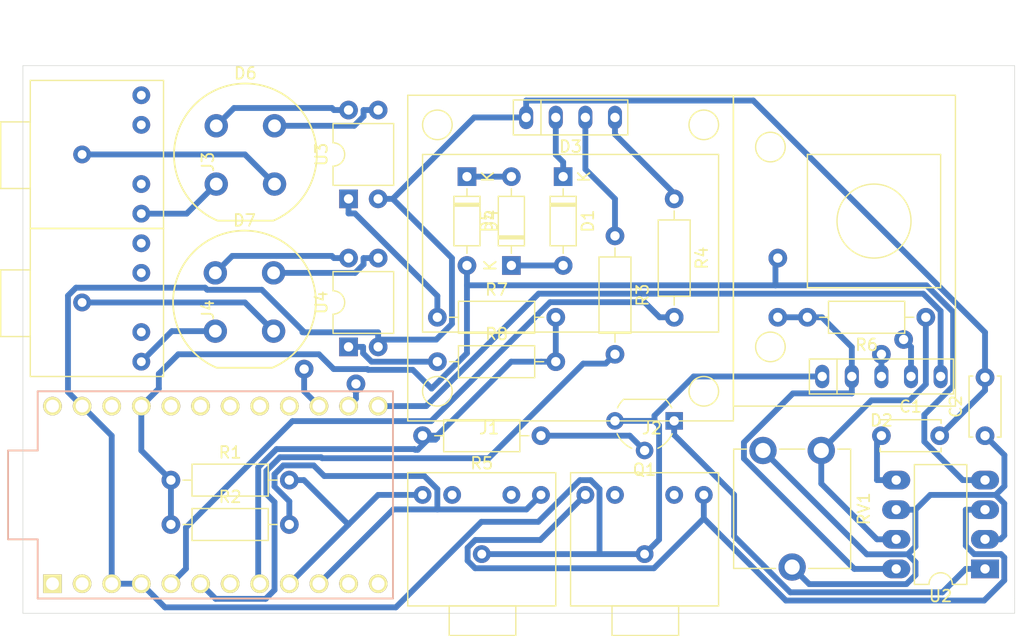
<source format=kicad_pcb>
(kicad_pcb (version 20171130) (host pcbnew 5.1.0-060a0da~80~ubuntu18.04.1)

  (general
    (thickness 1.6)
    (drawings 5)
    (tracks 257)
    (zones 0)
    (modules 27)
    (nets 32)
  )

  (page A4)
  (layers
    (0 F.Cu signal)
    (31 B.Cu signal)
    (32 B.Adhes user)
    (33 F.Adhes user)
    (34 B.Paste user)
    (35 F.Paste user)
    (36 B.SilkS user)
    (37 F.SilkS user)
    (38 B.Mask user)
    (39 F.Mask user)
    (40 Dwgs.User user)
    (41 Cmts.User user)
    (42 Eco1.User user)
    (43 Eco2.User user)
    (44 Edge.Cuts user)
    (45 Margin user)
    (46 B.CrtYd user)
    (47 F.CrtYd user)
    (48 B.Fab user)
    (49 F.Fab user)
  )

  (setup
    (last_trace_width 0.25)
    (user_trace_width 0.5)
    (trace_clearance 0.2)
    (zone_clearance 0.508)
    (zone_45_only no)
    (trace_min 0.2)
    (via_size 0.8)
    (via_drill 0.4)
    (via_min_size 0.4)
    (via_min_drill 0.3)
    (uvia_size 0.3)
    (uvia_drill 0.1)
    (uvias_allowed no)
    (uvia_min_size 0.2)
    (uvia_min_drill 0.1)
    (edge_width 0.05)
    (segment_width 0.2)
    (pcb_text_width 0.3)
    (pcb_text_size 1.5 1.5)
    (mod_edge_width 0.12)
    (mod_text_size 1 1)
    (mod_text_width 0.15)
    (pad_size 1.524 1.524)
    (pad_drill 0.762)
    (pad_to_mask_clearance 0.051)
    (solder_mask_min_width 0.25)
    (aux_axis_origin 0 0)
    (visible_elements FFFFFF7F)
    (pcbplotparams
      (layerselection 0x01000_fffffffe)
      (usegerberextensions false)
      (usegerberattributes false)
      (usegerberadvancedattributes false)
      (creategerberjobfile false)
      (excludeedgelayer true)
      (linewidth 0.100000)
      (plotframeref false)
      (viasonmask false)
      (mode 1)
      (useauxorigin false)
      (hpglpennumber 1)
      (hpglpenspeed 20)
      (hpglpendiameter 15.000000)
      (psnegative false)
      (psa4output false)
      (plotreference true)
      (plotvalue true)
      (plotinvisibletext false)
      (padsonsilk false)
      (subtractmaskfromsilk false)
      (outputformat 1)
      (mirror false)
      (drillshape 0)
      (scaleselection 1)
      (outputdirectory ""))
  )

  (net 0 "")
  (net 1 "Net-(D1-Pad1)")
  (net 2 "Net-(D1-Pad2)")
  (net 3 "Net-(D2-Pad3)")
  (net 4 "Net-(D2-Pad4)")
  (net 5 "Net-(D2-Pad5)")
  (net 6 "Net-(D3-Pad3)")
  (net 7 "Net-(D3-Pad4)")
  (net 8 "Net-(J1-PadT)")
  (net 9 "Net-(J1-PadS)")
  (net 10 GND)
  (net 11 "Net-(C1-Pad1)")
  (net 12 "Net-(C2-Pad1)")
  (net 13 +5V)
  (net 14 "Net-(D4-Pad1)")
  (net 15 "Net-(Q1-Pad2)")
  (net 16 "Net-(Q1-Pad1)")
  (net 17 "Net-(R3-Pad2)")
  (net 18 "Net-(R4-Pad2)")
  (net 19 "Net-(R5-Pad2)")
  (net 20 "Net-(R6-Pad1)")
  (net 21 "Net-(D6-Pad3)")
  (net 22 "Net-(D6-Pad4)")
  (net 23 "Net-(D6-Pad2)")
  (net 24 "Net-(D6-Pad1)")
  (net 25 "Net-(D7-Pad3)")
  (net 26 "Net-(D7-Pad4)")
  (net 27 "Net-(D7-Pad2)")
  (net 28 "Net-(D7-Pad1)")
  (net 29 "Net-(J2-PadS)")
  (net 30 "Net-(R7-Pad1)")
  (net 31 "Net-(R8-Pad1)")

  (net_class Default "Это класс цепей по умолчанию."
    (clearance 0.2)
    (trace_width 0.25)
    (via_dia 0.8)
    (via_drill 0.4)
    (uvia_dia 0.3)
    (uvia_drill 0.1)
    (add_net "Net-(D6-Pad1)")
    (add_net "Net-(D6-Pad2)")
    (add_net "Net-(D6-Pad3)")
    (add_net "Net-(D6-Pad4)")
    (add_net "Net-(D7-Pad1)")
    (add_net "Net-(D7-Pad2)")
    (add_net "Net-(D7-Pad3)")
    (add_net "Net-(D7-Pad4)")
    (add_net "Net-(J2-PadS)")
    (add_net "Net-(R7-Pad1)")
    (add_net "Net-(R8-Pad1)")
  )

  (net_class 1 ""
    (clearance 0.2)
    (trace_width 0.5)
    (via_dia 1.6)
    (via_drill 0.8)
    (uvia_dia 0.3)
    (uvia_drill 0.1)
    (add_net +5V)
    (add_net GND)
    (add_net "Net-(C1-Pad1)")
    (add_net "Net-(C2-Pad1)")
    (add_net "Net-(D1-Pad1)")
    (add_net "Net-(D1-Pad2)")
    (add_net "Net-(D2-Pad3)")
    (add_net "Net-(D2-Pad4)")
    (add_net "Net-(D2-Pad5)")
    (add_net "Net-(D3-Pad3)")
    (add_net "Net-(D3-Pad4)")
    (add_net "Net-(D4-Pad1)")
    (add_net "Net-(J1-PadS)")
    (add_net "Net-(J1-PadT)")
    (add_net "Net-(Q1-Pad1)")
    (add_net "Net-(Q1-Pad2)")
    (add_net "Net-(R3-Pad2)")
    (add_net "Net-(R4-Pad2)")
    (add_net "Net-(R5-Pad2)")
    (add_net "Net-(R6-Pad1)")
  )

  (module Rotary_Encoder:encoder-KY-040 (layer F.Cu) (tedit 5CC0C65B) (tstamp 5CC1BFE3)
    (at 194.31 54.61)
    (path /5CC1BD41)
    (fp_text reference D2 (at 0 17.74) (layer F.SilkS)
      (effects (font (size 1 1) (thickness 0.15)))
    )
    (fp_text value encoder_KY-040 (at -3.81 -8.255) (layer F.Fab)
      (effects (font (size 1 1) (thickness 0.15)))
    )
    (fp_line (start -6.18 12.47) (end 6.18 12.47) (layer F.SilkS) (width 0.12))
    (fp_line (start 6.18 12.47) (end 6.18 15.47) (layer F.SilkS) (width 0.12))
    (fp_line (start 6.18 15.47) (end -6.18 15.47) (layer F.SilkS) (width 0.12))
    (fp_line (start -6.18 15.47) (end -6.18 12.47) (layer F.SilkS) (width 0.12))
    (fp_line (start -3.81 12.47) (end -3.81 15.47) (layer F.SilkS) (width 0.12))
    (fp_line (start -5.93 12.72) (end 5.93 12.72) (layer F.CrtYd) (width 0.05))
    (fp_line (start 5.93 12.72) (end 5.93 15.22) (layer F.CrtYd) (width 0.05))
    (fp_line (start 5.93 15.22) (end -5.93 15.22) (layer F.CrtYd) (width 0.05))
    (fp_line (start -5.93 15.22) (end -5.93 12.72) (layer F.CrtYd) (width 0.05))
    (fp_line (start -12.7 16.51) (end -12.7 -10.16) (layer F.SilkS) (width 0.12))
    (fp_line (start -12.7 -10.16) (end 6.35 -10.16) (layer F.SilkS) (width 0.12))
    (fp_line (start 6.35 -10.16) (end 6.35 16.51) (layer F.SilkS) (width 0.12))
    (fp_line (start 6.35 16.51) (end -12.7 16.51) (layer F.SilkS) (width 0.12))
    (fp_line (start -6.35 -5.08) (end 5.08 -5.08) (layer F.SilkS) (width 0.12))
    (fp_line (start 5.08 -5.08) (end 5.08 6.35) (layer F.SilkS) (width 0.12))
    (fp_line (start 5.08 6.35) (end -6.35 6.35) (layer F.SilkS) (width 0.12))
    (fp_line (start -6.35 6.35) (end -6.35 -5.08) (layer F.SilkS) (width 0.12))
    (fp_circle (center -0.635 0.635) (end -2.54 3.175) (layer F.SilkS) (width 0.12))
    (fp_circle (center -9.525 11.43) (end -9.525 12.7) (layer F.SilkS) (width 0.12))
    (fp_circle (center -9.525 -5.715) (end -9.525 -4.445) (layer F.SilkS) (width 0.12))
    (pad 1 thru_hole oval (at -5.08 13.97) (size 1.2 2) (drill 0.8) (layers *.Cu *.Mask)
      (net 10 GND))
    (pad 2 thru_hole oval (at -2.54 13.97) (size 1.2 2) (drill 0.8) (layers *.Cu *.Mask)
      (net 13 +5V))
    (pad 3 thru_hole oval (at 0 13.97) (size 1.2 2) (drill 0.8) (layers *.Cu *.Mask)
      (net 3 "Net-(D2-Pad3)"))
    (pad 4 thru_hole oval (at 2.54 13.97) (size 1.2 2) (drill 0.8) (layers *.Cu *.Mask)
      (net 4 "Net-(D2-Pad4)"))
    (pad 5 thru_hole oval (at 5.08 13.97) (size 1.2 2) (drill 0.8) (layers *.Cu *.Mask)
      (net 5 "Net-(D2-Pad5)"))
  )

  (module promicro:ProMicro (layer F.Cu) (tedit 5A06A962) (tstamp 5CC1C03D)
    (at 137.16 78.74)
    (descr "Pro Micro footprint")
    (tags "promicro ProMicro")
    (path /5CC0C931)
    (fp_text reference U1 (at 0 -10.16) (layer F.SilkS) hide
      (effects (font (size 1 1) (thickness 0.15)))
    )
    (fp_text value ProMicro (at 0 10.16) (layer F.Fab)
      (effects (font (size 1 1) (thickness 0.15)))
    )
    (fp_line (start 15.24 -8.89) (end 15.24 8.89) (layer B.SilkS) (width 0.15))
    (fp_line (start 15.24 8.89) (end -15.24 8.89) (layer B.SilkS) (width 0.15))
    (fp_line (start -15.24 8.89) (end -15.24 3.81) (layer B.SilkS) (width 0.15))
    (fp_line (start -15.24 3.81) (end -17.78 3.81) (layer B.SilkS) (width 0.15))
    (fp_line (start -17.78 3.81) (end -17.78 -3.81) (layer B.SilkS) (width 0.15))
    (fp_line (start -17.78 -3.81) (end -15.24 -3.81) (layer B.SilkS) (width 0.15))
    (fp_line (start -15.24 -3.81) (end -15.24 -8.89) (layer B.SilkS) (width 0.15))
    (fp_line (start -15.24 -8.89) (end 15.24 -8.89) (layer B.SilkS) (width 0.15))
    (fp_line (start -15.24 8.89) (end 15.24 8.89) (layer F.SilkS) (width 0.15))
    (fp_line (start -15.24 8.89) (end -15.24 3.81) (layer F.SilkS) (width 0.15))
    (fp_line (start -15.24 3.81) (end -17.78 3.81) (layer F.SilkS) (width 0.15))
    (fp_line (start -17.78 3.81) (end -17.78 -3.81) (layer F.SilkS) (width 0.15))
    (fp_line (start -17.78 -3.81) (end -15.24 -3.81) (layer F.SilkS) (width 0.15))
    (fp_line (start -15.24 -3.81) (end -15.24 -8.89) (layer F.SilkS) (width 0.15))
    (fp_line (start -15.24 -8.89) (end 15.24 -8.89) (layer F.SilkS) (width 0.15))
    (fp_line (start 15.24 -8.89) (end 15.24 8.89) (layer F.SilkS) (width 0.15))
    (pad 1 thru_hole rect (at -13.97 7.62) (size 1.6 1.6) (drill 1.1) (layers *.Cu *.Mask F.SilkS))
    (pad 2 thru_hole circle (at -11.43 7.62) (size 1.6 1.6) (drill 1.1) (layers *.Cu *.Mask F.SilkS))
    (pad 3 thru_hole circle (at -8.89 7.62) (size 1.6 1.6) (drill 1.1) (layers *.Cu *.Mask F.SilkS)
      (net 10 GND))
    (pad 4 thru_hole circle (at -6.35 7.62) (size 1.6 1.6) (drill 1.1) (layers *.Cu *.Mask F.SilkS)
      (net 10 GND))
    (pad 5 thru_hole circle (at -3.81 7.62) (size 1.6 1.6) (drill 1.1) (layers *.Cu *.Mask F.SilkS)
      (net 18 "Net-(R4-Pad2)"))
    (pad 6 thru_hole circle (at -1.27 7.62) (size 1.6 1.6) (drill 1.1) (layers *.Cu *.Mask F.SilkS)
      (net 17 "Net-(R3-Pad2)"))
    (pad 7 thru_hole circle (at 1.27 7.62) (size 1.6 1.6) (drill 1.1) (layers *.Cu *.Mask F.SilkS))
    (pad 8 thru_hole circle (at 3.81 7.62) (size 1.6 1.6) (drill 1.1) (layers *.Cu *.Mask F.SilkS)
      (net 19 "Net-(R5-Pad2)"))
    (pad 9 thru_hole circle (at 6.35 7.62) (size 1.6 1.6) (drill 1.1) (layers *.Cu *.Mask F.SilkS)
      (net 9 "Net-(J1-PadS)"))
    (pad 10 thru_hole circle (at 8.89 7.62) (size 1.6 1.6) (drill 1.1) (layers *.Cu *.Mask F.SilkS)
      (net 8 "Net-(J1-PadT)"))
    (pad 11 thru_hole circle (at 11.43 7.62) (size 1.6 1.6) (drill 1.1) (layers *.Cu *.Mask F.SilkS))
    (pad 12 thru_hole circle (at 13.97 7.62) (size 1.6 1.6) (drill 1.1) (layers *.Cu *.Mask F.SilkS))
    (pad 13 thru_hole circle (at 13.97 -7.62) (size 1.6 1.6) (drill 1.1) (layers *.Cu *.Mask F.SilkS)
      (net 5 "Net-(D2-Pad5)"))
    (pad 14 thru_hole circle (at 11.43 -7.62) (size 1.6 1.6) (drill 1.1) (layers *.Cu *.Mask F.SilkS)
      (net 4 "Net-(D2-Pad4)"))
    (pad 15 thru_hole circle (at 8.89 -7.62) (size 1.6 1.6) (drill 1.1) (layers *.Cu *.Mask F.SilkS)
      (net 3 "Net-(D2-Pad3)"))
    (pad 16 thru_hole circle (at 6.35 -7.62) (size 1.6 1.6) (drill 1.1) (layers *.Cu *.Mask F.SilkS))
    (pad 17 thru_hole circle (at 3.81 -7.62) (size 1.6 1.6) (drill 1.1) (layers *.Cu *.Mask F.SilkS))
    (pad 18 thru_hole circle (at 1.27 -7.62) (size 1.6 1.6) (drill 1.1) (layers *.Cu *.Mask F.SilkS))
    (pad 19 thru_hole circle (at -1.27 -7.62) (size 1.6 1.6) (drill 1.1) (layers *.Cu *.Mask F.SilkS))
    (pad 20 thru_hole circle (at -3.81 -7.62) (size 1.6 1.6) (drill 1.1) (layers *.Cu *.Mask F.SilkS))
    (pad 21 thru_hole circle (at -6.35 -7.62) (size 1.6 1.6) (drill 1.1) (layers *.Cu *.Mask F.SilkS)
      (net 13 +5V))
    (pad 22 thru_hole circle (at -8.89 -7.62) (size 1.6 1.6) (drill 1.1) (layers *.Cu *.Mask F.SilkS))
    (pad 23 thru_hole circle (at -11.43 -7.62) (size 1.6 1.6) (drill 1.1) (layers *.Cu *.Mask F.SilkS)
      (net 10 GND))
    (pad 24 thru_hole circle (at -13.97 -7.62) (size 1.6 1.6) (drill 1.1) (layers *.Cu *.Mask F.SilkS))
  )

  (module Package_DIP:DIP-4_W7.62mm (layer F.Cu) (tedit 5A02E8C5) (tstamp 5CC4C185)
    (at 148.59 66.04 90)
    (descr "4-lead though-hole mounted DIP package, row spacing 7.62 mm (300 mils)")
    (tags "THT DIP DIL PDIP 2.54mm 7.62mm 300mil")
    (path /5CC59BA3)
    (fp_text reference U4 (at 3.81 -2.33 90) (layer F.SilkS)
      (effects (font (size 1 1) (thickness 0.15)))
    )
    (fp_text value PC817 (at 3.81 4.87 90) (layer F.Fab)
      (effects (font (size 1 1) (thickness 0.15)))
    )
    (fp_text user %R (at 3.81 1.27 90) (layer F.Fab)
      (effects (font (size 1 1) (thickness 0.15)))
    )
    (fp_line (start 8.7 -1.55) (end -1.1 -1.55) (layer F.CrtYd) (width 0.05))
    (fp_line (start 8.7 4.1) (end 8.7 -1.55) (layer F.CrtYd) (width 0.05))
    (fp_line (start -1.1 4.1) (end 8.7 4.1) (layer F.CrtYd) (width 0.05))
    (fp_line (start -1.1 -1.55) (end -1.1 4.1) (layer F.CrtYd) (width 0.05))
    (fp_line (start 6.46 -1.33) (end 4.81 -1.33) (layer F.SilkS) (width 0.12))
    (fp_line (start 6.46 3.87) (end 6.46 -1.33) (layer F.SilkS) (width 0.12))
    (fp_line (start 1.16 3.87) (end 6.46 3.87) (layer F.SilkS) (width 0.12))
    (fp_line (start 1.16 -1.33) (end 1.16 3.87) (layer F.SilkS) (width 0.12))
    (fp_line (start 2.81 -1.33) (end 1.16 -1.33) (layer F.SilkS) (width 0.12))
    (fp_line (start 0.635 -0.27) (end 1.635 -1.27) (layer F.Fab) (width 0.1))
    (fp_line (start 0.635 3.81) (end 0.635 -0.27) (layer F.Fab) (width 0.1))
    (fp_line (start 6.985 3.81) (end 0.635 3.81) (layer F.Fab) (width 0.1))
    (fp_line (start 6.985 -1.27) (end 6.985 3.81) (layer F.Fab) (width 0.1))
    (fp_line (start 1.635 -1.27) (end 6.985 -1.27) (layer F.Fab) (width 0.1))
    (fp_arc (start 3.81 -1.33) (end 2.81 -1.33) (angle -180) (layer F.SilkS) (width 0.12))
    (pad 4 thru_hole oval (at 7.62 0 90) (size 1.6 1.6) (drill 0.8) (layers *.Cu *.Mask)
      (net 28 "Net-(D7-Pad1)"))
    (pad 2 thru_hole oval (at 0 2.54 90) (size 1.6 1.6) (drill 0.8) (layers *.Cu *.Mask)
      (net 10 GND))
    (pad 3 thru_hole oval (at 7.62 2.54 90) (size 1.6 1.6) (drill 0.8) (layers *.Cu *.Mask)
      (net 27 "Net-(D7-Pad2)"))
    (pad 1 thru_hole rect (at 0 0 90) (size 1.6 1.6) (drill 0.8) (layers *.Cu *.Mask)
      (net 31 "Net-(R8-Pad1)"))
    (model ${KISYS3DMOD}/Package_DIP.3dshapes/DIP-4_W7.62mm.wrl
      (at (xyz 0 0 0))
      (scale (xyz 1 1 1))
      (rotate (xyz 0 0 0))
    )
  )

  (module Package_DIP:DIP-4_W7.62mm (layer F.Cu) (tedit 5A02E8C5) (tstamp 5CC4C16D)
    (at 148.59 53.34 90)
    (descr "4-lead though-hole mounted DIP package, row spacing 7.62 mm (300 mils)")
    (tags "THT DIP DIL PDIP 2.54mm 7.62mm 300mil")
    (path /5CC5950B)
    (fp_text reference U3 (at 3.81 -2.33 90) (layer F.SilkS)
      (effects (font (size 1 1) (thickness 0.15)))
    )
    (fp_text value PC817 (at 3.81 4.87 90) (layer F.Fab)
      (effects (font (size 1 1) (thickness 0.15)))
    )
    (fp_text user %R (at 3.81 1.27 90) (layer F.Fab)
      (effects (font (size 1 1) (thickness 0.15)))
    )
    (fp_line (start 8.7 -1.55) (end -1.1 -1.55) (layer F.CrtYd) (width 0.05))
    (fp_line (start 8.7 4.1) (end 8.7 -1.55) (layer F.CrtYd) (width 0.05))
    (fp_line (start -1.1 4.1) (end 8.7 4.1) (layer F.CrtYd) (width 0.05))
    (fp_line (start -1.1 -1.55) (end -1.1 4.1) (layer F.CrtYd) (width 0.05))
    (fp_line (start 6.46 -1.33) (end 4.81 -1.33) (layer F.SilkS) (width 0.12))
    (fp_line (start 6.46 3.87) (end 6.46 -1.33) (layer F.SilkS) (width 0.12))
    (fp_line (start 1.16 3.87) (end 6.46 3.87) (layer F.SilkS) (width 0.12))
    (fp_line (start 1.16 -1.33) (end 1.16 3.87) (layer F.SilkS) (width 0.12))
    (fp_line (start 2.81 -1.33) (end 1.16 -1.33) (layer F.SilkS) (width 0.12))
    (fp_line (start 0.635 -0.27) (end 1.635 -1.27) (layer F.Fab) (width 0.1))
    (fp_line (start 0.635 3.81) (end 0.635 -0.27) (layer F.Fab) (width 0.1))
    (fp_line (start 6.985 3.81) (end 0.635 3.81) (layer F.Fab) (width 0.1))
    (fp_line (start 6.985 -1.27) (end 6.985 3.81) (layer F.Fab) (width 0.1))
    (fp_line (start 1.635 -1.27) (end 6.985 -1.27) (layer F.Fab) (width 0.1))
    (fp_arc (start 3.81 -1.33) (end 2.81 -1.33) (angle -180) (layer F.SilkS) (width 0.12))
    (pad 4 thru_hole oval (at 7.62 0 90) (size 1.6 1.6) (drill 0.8) (layers *.Cu *.Mask)
      (net 24 "Net-(D6-Pad1)"))
    (pad 2 thru_hole oval (at 0 2.54 90) (size 1.6 1.6) (drill 0.8) (layers *.Cu *.Mask)
      (net 10 GND))
    (pad 3 thru_hole oval (at 7.62 2.54 90) (size 1.6 1.6) (drill 0.8) (layers *.Cu *.Mask)
      (net 23 "Net-(D6-Pad2)"))
    (pad 1 thru_hole rect (at 0 0 90) (size 1.6 1.6) (drill 0.8) (layers *.Cu *.Mask)
      (net 30 "Net-(R7-Pad1)"))
    (model ${KISYS3DMOD}/Package_DIP.3dshapes/DIP-4_W7.62mm.wrl
      (at (xyz 0 0 0))
      (scale (xyz 1 1 1))
      (rotate (xyz 0 0 0))
    )
  )

  (module Resistor_THT:R_Axial_DIN0207_L6.3mm_D2.5mm_P10.16mm_Horizontal (layer F.Cu) (tedit 5AE5139B) (tstamp 5CC4C09B)
    (at 156.21 67.31)
    (descr "Resistor, Axial_DIN0207 series, Axial, Horizontal, pin pitch=10.16mm, 0.25W = 1/4W, length*diameter=6.3*2.5mm^2, http://cdn-reichelt.de/documents/datenblatt/B400/1_4W%23YAG.pdf")
    (tags "Resistor Axial_DIN0207 series Axial Horizontal pin pitch 10.16mm 0.25W = 1/4W length 6.3mm diameter 2.5mm")
    (path /5CC5FB1E)
    (fp_text reference R8 (at 5.08 -2.37) (layer F.SilkS)
      (effects (font (size 1 1) (thickness 0.15)))
    )
    (fp_text value 510 (at 5.08 2.37) (layer F.Fab)
      (effects (font (size 1 1) (thickness 0.15)))
    )
    (fp_text user %R (at 5.08 0) (layer F.Fab)
      (effects (font (size 1 1) (thickness 0.15)))
    )
    (fp_line (start 11.21 -1.5) (end -1.05 -1.5) (layer F.CrtYd) (width 0.05))
    (fp_line (start 11.21 1.5) (end 11.21 -1.5) (layer F.CrtYd) (width 0.05))
    (fp_line (start -1.05 1.5) (end 11.21 1.5) (layer F.CrtYd) (width 0.05))
    (fp_line (start -1.05 -1.5) (end -1.05 1.5) (layer F.CrtYd) (width 0.05))
    (fp_line (start 9.12 0) (end 8.35 0) (layer F.SilkS) (width 0.12))
    (fp_line (start 1.04 0) (end 1.81 0) (layer F.SilkS) (width 0.12))
    (fp_line (start 8.35 -1.37) (end 1.81 -1.37) (layer F.SilkS) (width 0.12))
    (fp_line (start 8.35 1.37) (end 8.35 -1.37) (layer F.SilkS) (width 0.12))
    (fp_line (start 1.81 1.37) (end 8.35 1.37) (layer F.SilkS) (width 0.12))
    (fp_line (start 1.81 -1.37) (end 1.81 1.37) (layer F.SilkS) (width 0.12))
    (fp_line (start 10.16 0) (end 8.23 0) (layer F.Fab) (width 0.1))
    (fp_line (start 0 0) (end 1.93 0) (layer F.Fab) (width 0.1))
    (fp_line (start 8.23 -1.25) (end 1.93 -1.25) (layer F.Fab) (width 0.1))
    (fp_line (start 8.23 1.25) (end 8.23 -1.25) (layer F.Fab) (width 0.1))
    (fp_line (start 1.93 1.25) (end 8.23 1.25) (layer F.Fab) (width 0.1))
    (fp_line (start 1.93 -1.25) (end 1.93 1.25) (layer F.Fab) (width 0.1))
    (pad 2 thru_hole oval (at 10.16 0) (size 1.6 1.6) (drill 0.8) (layers *.Cu *.Mask)
      (net 19 "Net-(R5-Pad2)"))
    (pad 1 thru_hole circle (at 0 0) (size 1.6 1.6) (drill 0.8) (layers *.Cu *.Mask)
      (net 31 "Net-(R8-Pad1)"))
    (model ${KISYS3DMOD}/Resistor_THT.3dshapes/R_Axial_DIN0207_L6.3mm_D2.5mm_P10.16mm_Horizontal.wrl
      (at (xyz 0 0 0))
      (scale (xyz 1 1 1))
      (rotate (xyz 0 0 0))
    )
  )

  (module Resistor_THT:R_Axial_DIN0207_L6.3mm_D2.5mm_P10.16mm_Horizontal (layer F.Cu) (tedit 5AE5139B) (tstamp 5CC4C084)
    (at 156.21 63.5)
    (descr "Resistor, Axial_DIN0207 series, Axial, Horizontal, pin pitch=10.16mm, 0.25W = 1/4W, length*diameter=6.3*2.5mm^2, http://cdn-reichelt.de/documents/datenblatt/B400/1_4W%23YAG.pdf")
    (tags "Resistor Axial_DIN0207 series Axial Horizontal pin pitch 10.16mm 0.25W = 1/4W length 6.3mm diameter 2.5mm")
    (path /5CC5F433)
    (fp_text reference R7 (at 5.08 -2.37) (layer F.SilkS)
      (effects (font (size 1 1) (thickness 0.15)))
    )
    (fp_text value 510 (at 5.08 2.37) (layer F.Fab)
      (effects (font (size 1 1) (thickness 0.15)))
    )
    (fp_text user %R (at 5.08 0) (layer F.Fab)
      (effects (font (size 1 1) (thickness 0.15)))
    )
    (fp_line (start 11.21 -1.5) (end -1.05 -1.5) (layer F.CrtYd) (width 0.05))
    (fp_line (start 11.21 1.5) (end 11.21 -1.5) (layer F.CrtYd) (width 0.05))
    (fp_line (start -1.05 1.5) (end 11.21 1.5) (layer F.CrtYd) (width 0.05))
    (fp_line (start -1.05 -1.5) (end -1.05 1.5) (layer F.CrtYd) (width 0.05))
    (fp_line (start 9.12 0) (end 8.35 0) (layer F.SilkS) (width 0.12))
    (fp_line (start 1.04 0) (end 1.81 0) (layer F.SilkS) (width 0.12))
    (fp_line (start 8.35 -1.37) (end 1.81 -1.37) (layer F.SilkS) (width 0.12))
    (fp_line (start 8.35 1.37) (end 8.35 -1.37) (layer F.SilkS) (width 0.12))
    (fp_line (start 1.81 1.37) (end 8.35 1.37) (layer F.SilkS) (width 0.12))
    (fp_line (start 1.81 -1.37) (end 1.81 1.37) (layer F.SilkS) (width 0.12))
    (fp_line (start 10.16 0) (end 8.23 0) (layer F.Fab) (width 0.1))
    (fp_line (start 0 0) (end 1.93 0) (layer F.Fab) (width 0.1))
    (fp_line (start 8.23 -1.25) (end 1.93 -1.25) (layer F.Fab) (width 0.1))
    (fp_line (start 8.23 1.25) (end 8.23 -1.25) (layer F.Fab) (width 0.1))
    (fp_line (start 1.93 1.25) (end 8.23 1.25) (layer F.Fab) (width 0.1))
    (fp_line (start 1.93 -1.25) (end 1.93 1.25) (layer F.Fab) (width 0.1))
    (pad 2 thru_hole oval (at 10.16 0) (size 1.6 1.6) (drill 0.8) (layers *.Cu *.Mask)
      (net 19 "Net-(R5-Pad2)"))
    (pad 1 thru_hole circle (at 0 0) (size 1.6 1.6) (drill 0.8) (layers *.Cu *.Mask)
      (net 30 "Net-(R7-Pad1)"))
    (model ${KISYS3DMOD}/Resistor_THT.3dshapes/R_Axial_DIN0207_L6.3mm_D2.5mm_P10.16mm_Horizontal.wrl
      (at (xyz 0 0 0))
      (scale (xyz 1 1 1))
      (rotate (xyz 0 0 0))
    )
  )

  (module Connector_Audio:audio-3.5mm-5pin (layer F.Cu) (tedit 5CC0CC25) (tstamp 5CC4BF3F)
    (at 127 62.23 90)
    (path /5CC6E1BC)
    (fp_text reference J4 (at -0.635 9.525 90) (layer F.SilkS)
      (effects (font (size 1 1) (thickness 0.15)))
    )
    (fp_text value AudioJack2_Ground_Switch (at 3.175 -4.445 90) (layer F.Fab)
      (effects (font (size 1 1) (thickness 0.15)))
    )
    (fp_line (start -2.921 -5.715) (end -2.921 -8.255) (layer F.SilkS) (width 0.12))
    (fp_line (start 2.794 -5.715) (end -2.921 -5.715) (layer F.SilkS) (width 0.12))
    (fp_line (start 2.794 -8.255) (end 2.794 -5.715) (layer F.SilkS) (width 0.12))
    (fp_line (start -2.921 -8.255) (end 2.794 -8.255) (layer F.SilkS) (width 0.12))
    (fp_line (start 6.35 -5.715) (end -6.35 -5.715) (layer F.SilkS) (width 0.12))
    (fp_line (start 6.35 5.715) (end 6.35 -5.715) (layer F.SilkS) (width 0.12))
    (fp_line (start -6.35 5.715) (end 6.35 5.715) (layer F.SilkS) (width 0.12))
    (fp_line (start -6.35 -5.715) (end -6.35 5.715) (layer F.SilkS) (width 0.12))
    (pad G thru_hole circle (at 0 -1.27 90) (size 1.524 1.524) (drill 0.762) (layers *.Cu *.Mask)
      (net 26 "Net-(D7-Pad4)"))
    (pad S thru_hole circle (at 5.08 3.81 90) (size 1.524 1.524) (drill 0.762) (layers *.Cu *.Mask))
    (pad SN thru_hole circle (at 2.54 3.81 90) (size 1.524 1.524) (drill 0.762) (layers *.Cu *.Mask))
    (pad TN thru_hole circle (at -2.54 3.81 90) (size 1.524 1.524) (drill 0.762) (layers *.Cu *.Mask))
    (pad T thru_hole circle (at -5.08 3.81 90) (size 1.524 1.524) (drill 0.762) (layers *.Cu *.Mask)
      (net 25 "Net-(D7-Pad3)"))
  )

  (module Connector_Audio:audio-3.5mm-5pin (layer F.Cu) (tedit 5CC0CC25) (tstamp 5CC4BF2E)
    (at 127 49.53 90)
    (path /5CC6DBE2)
    (fp_text reference J3 (at -0.635 9.525 90) (layer F.SilkS)
      (effects (font (size 1 1) (thickness 0.15)))
    )
    (fp_text value AudioJack2_Ground_Switch (at 3.175 -4.445 90) (layer F.Fab)
      (effects (font (size 1 1) (thickness 0.15)))
    )
    (fp_line (start -2.921 -5.715) (end -2.921 -8.255) (layer F.SilkS) (width 0.12))
    (fp_line (start 2.794 -5.715) (end -2.921 -5.715) (layer F.SilkS) (width 0.12))
    (fp_line (start 2.794 -8.255) (end 2.794 -5.715) (layer F.SilkS) (width 0.12))
    (fp_line (start -2.921 -8.255) (end 2.794 -8.255) (layer F.SilkS) (width 0.12))
    (fp_line (start 6.35 -5.715) (end -6.35 -5.715) (layer F.SilkS) (width 0.12))
    (fp_line (start 6.35 5.715) (end 6.35 -5.715) (layer F.SilkS) (width 0.12))
    (fp_line (start -6.35 5.715) (end 6.35 5.715) (layer F.SilkS) (width 0.12))
    (fp_line (start -6.35 -5.715) (end -6.35 5.715) (layer F.SilkS) (width 0.12))
    (pad G thru_hole circle (at 0 -1.27 90) (size 1.524 1.524) (drill 0.762) (layers *.Cu *.Mask)
      (net 22 "Net-(D6-Pad4)"))
    (pad S thru_hole circle (at 5.08 3.81 90) (size 1.524 1.524) (drill 0.762) (layers *.Cu *.Mask))
    (pad SN thru_hole circle (at 2.54 3.81 90) (size 1.524 1.524) (drill 0.762) (layers *.Cu *.Mask))
    (pad TN thru_hole circle (at -2.54 3.81 90) (size 1.524 1.524) (drill 0.762) (layers *.Cu *.Mask))
    (pad T thru_hole circle (at -5.08 3.81 90) (size 1.524 1.524) (drill 0.762) (layers *.Cu *.Mask)
      (net 21 "Net-(D6-Pad3)"))
  )

  (module Connector_Audio:audio-3.5mm-5pin (layer F.Cu) (tedit 5CC0CC25) (tstamp 5CC4BF1D)
    (at 173.99 82.55 180)
    (path /5CC52551)
    (fp_text reference J2 (at -0.635 9.525 180) (layer F.SilkS)
      (effects (font (size 1 1) (thickness 0.15)))
    )
    (fp_text value AudioJack2_Ground_Switch (at 3.175 -4.445 180) (layer F.Fab)
      (effects (font (size 1 1) (thickness 0.15)))
    )
    (fp_line (start -2.921 -5.715) (end -2.921 -8.255) (layer F.SilkS) (width 0.12))
    (fp_line (start 2.794 -5.715) (end -2.921 -5.715) (layer F.SilkS) (width 0.12))
    (fp_line (start 2.794 -8.255) (end 2.794 -5.715) (layer F.SilkS) (width 0.12))
    (fp_line (start -2.921 -8.255) (end 2.794 -8.255) (layer F.SilkS) (width 0.12))
    (fp_line (start 6.35 -5.715) (end -6.35 -5.715) (layer F.SilkS) (width 0.12))
    (fp_line (start 6.35 5.715) (end 6.35 -5.715) (layer F.SilkS) (width 0.12))
    (fp_line (start -6.35 5.715) (end 6.35 5.715) (layer F.SilkS) (width 0.12))
    (fp_line (start -6.35 -5.715) (end -6.35 5.715) (layer F.SilkS) (width 0.12))
    (pad G thru_hole circle (at 0 -1.27 180) (size 1.524 1.524) (drill 0.762) (layers *.Cu *.Mask)
      (net 10 GND))
    (pad S thru_hole circle (at 5.08 3.81 180) (size 1.524 1.524) (drill 0.762) (layers *.Cu *.Mask)
      (net 29 "Net-(J2-PadS)"))
    (pad SN thru_hole circle (at 2.54 3.81 180) (size 1.524 1.524) (drill 0.762) (layers *.Cu *.Mask))
    (pad TN thru_hole circle (at -2.54 3.81 180) (size 1.524 1.524) (drill 0.762) (layers *.Cu *.Mask))
    (pad T thru_hole circle (at -5.08 3.81 180) (size 1.524 1.524) (drill 0.762) (layers *.Cu *.Mask)
      (net 29 "Net-(J2-PadS)"))
  )

  (module Button_Switch_THT:Push_E-Switch_KS01Q01 (layer F.Cu) (tedit 5A02FE31) (tstamp 5CC4BEEC)
    (at 137.16 59.69)
    (descr "E-Switch KS01Q01 http://spec_sheets.e-switch.com/specs/29-KS01Q01.pdf")
    (tags "Push Button")
    (path /5CC6B97D)
    (fp_text reference D7 (at 2.5 -4.5) (layer F.SilkS)
      (effects (font (size 1 1) (thickness 0.15)))
    )
    (fp_text value D_Bridge_+-AA (at 2.5 9.5) (layer F.Fab)
      (effects (font (size 1 1) (thickness 0.15)))
    )
    (fp_arc (start 2.5 2.5) (end 0.11 8.14) (angle 314) (layer F.SilkS) (width 0.15))
    (fp_line (start 4.89 8.14) (end 0.11 8.14) (layer F.SilkS) (width 0.15))
    (fp_text user %R (at 2.5 2.5) (layer F.Fab)
      (effects (font (size 1 1) (thickness 0.15)))
    )
    (fp_arc (start 2.5 2.5) (end 0.11 8) (angle 313) (layer F.Fab) (width 0.1))
    (fp_line (start 0.11 8) (end 4.89 8) (layer F.Fab) (width 0.1))
    (fp_arc (start 2.55 2.5) (end 0.04 8.39) (angle 313.8378348) (layer F.CrtYd) (width 0.05))
    (fp_line (start 0.04 8.39) (end 5.06 8.39) (layer F.CrtYd) (width 0.05))
    (pad 3 thru_hole circle (at 0 5) (size 2 2) (drill 1.1) (layers *.Cu *.Mask)
      (net 25 "Net-(D7-Pad3)"))
    (pad 4 thru_hole circle (at 5 5) (size 2 2) (drill 1.1) (layers *.Cu *.Mask)
      (net 26 "Net-(D7-Pad4)"))
    (pad 2 thru_hole circle (at 5 0) (size 2 2) (drill 1.1) (layers *.Cu *.Mask)
      (net 27 "Net-(D7-Pad2)"))
    (pad 1 thru_hole circle (at 0 0) (size 2 2) (drill 1.1) (layers *.Cu *.Mask)
      (net 28 "Net-(D7-Pad1)"))
    (model ${KISYS3DMOD}/Button_Switch_THT.3dshapes/Push_E-Switch_KS01Q01.wrl
      (at (xyz 0 0 0))
      (scale (xyz 1 1 1))
      (rotate (xyz 0 0 0))
    )
  )

  (module Button_Switch_THT:Push_E-Switch_KS01Q01 (layer F.Cu) (tedit 5A02FE31) (tstamp 5CC4BEDD)
    (at 137.24 47.07)
    (descr "E-Switch KS01Q01 http://spec_sheets.e-switch.com/specs/29-KS01Q01.pdf")
    (tags "Push Button")
    (path /5CC6D35A)
    (fp_text reference D6 (at 2.5 -4.5) (layer F.SilkS)
      (effects (font (size 1 1) (thickness 0.15)))
    )
    (fp_text value D_Bridge_+-AA (at 2.5 9.5) (layer F.Fab)
      (effects (font (size 1 1) (thickness 0.15)))
    )
    (fp_arc (start 2.5 2.5) (end 0.11 8.14) (angle 314) (layer F.SilkS) (width 0.15))
    (fp_line (start 4.89 8.14) (end 0.11 8.14) (layer F.SilkS) (width 0.15))
    (fp_text user %R (at 2.5 2.5) (layer F.Fab)
      (effects (font (size 1 1) (thickness 0.15)))
    )
    (fp_arc (start 2.5 2.5) (end 0.11 8) (angle 313) (layer F.Fab) (width 0.1))
    (fp_line (start 0.11 8) (end 4.89 8) (layer F.Fab) (width 0.1))
    (fp_arc (start 2.55 2.5) (end 0.04 8.39) (angle 313.8378348) (layer F.CrtYd) (width 0.05))
    (fp_line (start 0.04 8.39) (end 5.06 8.39) (layer F.CrtYd) (width 0.05))
    (pad 3 thru_hole circle (at 0 5) (size 2 2) (drill 1.1) (layers *.Cu *.Mask)
      (net 21 "Net-(D6-Pad3)"))
    (pad 4 thru_hole circle (at 5 5) (size 2 2) (drill 1.1) (layers *.Cu *.Mask)
      (net 22 "Net-(D6-Pad4)"))
    (pad 2 thru_hole circle (at 5 0) (size 2 2) (drill 1.1) (layers *.Cu *.Mask)
      (net 23 "Net-(D6-Pad2)"))
    (pad 1 thru_hole circle (at 0 0) (size 2 2) (drill 1.1) (layers *.Cu *.Mask)
      (net 24 "Net-(D6-Pad1)"))
    (model ${KISYS3DMOD}/Button_Switch_THT.3dshapes/Push_E-Switch_KS01Q01.wrl
      (at (xyz 0 0 0))
      (scale (xyz 1 1 1))
      (rotate (xyz 0 0 0))
    )
  )

  (module Connector_Audio:audio-3.5mm-5pin (layer F.Cu) (tedit 5CC0CC25) (tstamp 5CC1C011)
    (at 160.02 82.55 180)
    (path /5CC1CE5B)
    (fp_text reference J1 (at -0.635 9.525 180) (layer F.SilkS)
      (effects (font (size 1 1) (thickness 0.15)))
    )
    (fp_text value AudioJack2_Ground_Switch (at 3.175 -4.445 180) (layer F.Fab)
      (effects (font (size 1 1) (thickness 0.15)))
    )
    (fp_line (start -6.35 -5.715) (end -6.35 5.715) (layer F.SilkS) (width 0.12))
    (fp_line (start -6.35 5.715) (end 6.35 5.715) (layer F.SilkS) (width 0.12))
    (fp_line (start 6.35 5.715) (end 6.35 -5.715) (layer F.SilkS) (width 0.12))
    (fp_line (start 6.35 -5.715) (end -6.35 -5.715) (layer F.SilkS) (width 0.12))
    (fp_line (start -2.921 -8.255) (end 2.794 -8.255) (layer F.SilkS) (width 0.12))
    (fp_line (start 2.794 -8.255) (end 2.794 -5.715) (layer F.SilkS) (width 0.12))
    (fp_line (start 2.794 -5.715) (end -2.921 -5.715) (layer F.SilkS) (width 0.12))
    (fp_line (start -2.921 -5.715) (end -2.921 -8.255) (layer F.SilkS) (width 0.12))
    (pad T thru_hole circle (at -5.08 3.81 180) (size 1.524 1.524) (drill 0.762) (layers *.Cu *.Mask)
      (net 8 "Net-(J1-PadT)"))
    (pad TN thru_hole circle (at -2.54 3.81 180) (size 1.524 1.524) (drill 0.762) (layers *.Cu *.Mask))
    (pad SN thru_hole circle (at 2.54 3.81 180) (size 1.524 1.524) (drill 0.762) (layers *.Cu *.Mask))
    (pad S thru_hole circle (at 5.08 3.81 180) (size 1.524 1.524) (drill 0.762) (layers *.Cu *.Mask)
      (net 9 "Net-(J1-PadS)"))
    (pad G thru_hole circle (at 0 -1.27 180) (size 1.524 1.524) (drill 0.762) (layers *.Cu *.Mask)
      (net 10 GND))
  )

  (module Potentiometer_THT:Potentiometer_ACP_CA9-V10_Vertical (layer F.Cu) (tedit 5A3D4994) (tstamp 5CC22FA8)
    (at 184.15 74.93 270)
    (descr "Potentiometer, vertical, ACP CA9-V10, http://www.acptechnologies.com/wp-content/uploads/2017/05/02-ACP-CA9-CE9.pdf")
    (tags "Potentiometer vertical ACP CA9-V10")
    (path /5CCD4C30)
    (fp_text reference RV1 (at 5 -8.65 270) (layer F.SilkS)
      (effects (font (size 1 1) (thickness 0.15)))
    )
    (fp_text value 10k (at 5 3.65 270) (layer F.Fab)
      (effects (font (size 1 1) (thickness 0.15)))
    )
    (fp_text user %R (at 1 -2.5) (layer F.Fab)
      (effects (font (size 1 1) (thickness 0.15)))
    )
    (fp_line (start 11.45 -7.65) (end -1.45 -7.65) (layer F.CrtYd) (width 0.05))
    (fp_line (start 11.45 2.7) (end 11.45 -7.65) (layer F.CrtYd) (width 0.05))
    (fp_line (start -1.45 2.7) (end 11.45 2.7) (layer F.CrtYd) (width 0.05))
    (fp_line (start -1.45 -7.65) (end -1.45 2.7) (layer F.CrtYd) (width 0.05))
    (fp_line (start 10.12 -1.075) (end 10.12 2.52) (layer F.SilkS) (width 0.12))
    (fp_line (start 10.12 -7.521) (end 10.12 -3.925) (layer F.SilkS) (width 0.12))
    (fp_line (start -0.12 1.425) (end -0.12 2.52) (layer F.SilkS) (width 0.12))
    (fp_line (start -0.12 -3.574) (end -0.12 -1.425) (layer F.SilkS) (width 0.12))
    (fp_line (start -0.12 -7.521) (end -0.12 -6.426) (layer F.SilkS) (width 0.12))
    (fp_line (start -0.12 2.52) (end 10.12 2.52) (layer F.SilkS) (width 0.12))
    (fp_line (start -0.12 -7.521) (end 10.12 -7.521) (layer F.SilkS) (width 0.12))
    (fp_line (start 10 -7.4) (end 0 -7.4) (layer F.Fab) (width 0.1))
    (fp_line (start 10 2.4) (end 10 -7.4) (layer F.Fab) (width 0.1))
    (fp_line (start 0 2.4) (end 10 2.4) (layer F.Fab) (width 0.1))
    (fp_line (start 0 -7.4) (end 0 2.4) (layer F.Fab) (width 0.1))
    (fp_circle (center 5 -2.5) (end 6.05 -2.5) (layer F.Fab) (width 0.1))
    (pad 1 thru_hole circle (at 0 0 270) (size 2.34 2.34) (drill 1.3) (layers *.Cu *.Mask)
      (net 12 "Net-(C2-Pad1)"))
    (pad 2 thru_hole circle (at 10 -2.5 270) (size 2.34 2.34) (drill 1.3) (layers *.Cu *.Mask)
      (net 12 "Net-(C2-Pad1)"))
    (pad 3 thru_hole circle (at 0 -5 270) (size 2.34 2.34) (drill 1.3) (layers *.Cu *.Mask)
      (net 20 "Net-(R6-Pad1)"))
    (model ${KISYS3DMOD}/Potentiometer_THT.3dshapes/Potentiometer_ACP_CA9-V10_Vertical.wrl
      (at (xyz 0 0 0))
      (scale (xyz 1 1 1))
      (rotate (xyz 0 0 0))
    )
  )

  (module Resistor_THT:R_Axial_DIN0207_L6.3mm_D2.5mm_P10.16mm_Horizontal (layer F.Cu) (tedit 5AE5139B) (tstamp 5CC20C56)
    (at 133.35 77.47)
    (descr "Resistor, Axial_DIN0207 series, Axial, Horizontal, pin pitch=10.16mm, 0.25W = 1/4W, length*diameter=6.3*2.5mm^2, http://cdn-reichelt.de/documents/datenblatt/B400/1_4W%23YAG.pdf")
    (tags "Resistor Axial_DIN0207 series Axial Horizontal pin pitch 10.16mm 0.25W = 1/4W length 6.3mm diameter 2.5mm")
    (path /5CC0F19E)
    (fp_text reference R1 (at 5.08 -2.37) (layer F.SilkS)
      (effects (font (size 1 1) (thickness 0.15)))
    )
    (fp_text value 4k7 (at 5.08 2.37) (layer F.Fab)
      (effects (font (size 1 1) (thickness 0.15)))
    )
    (fp_text user %R (at 5.08 0) (layer F.Fab)
      (effects (font (size 1 1) (thickness 0.15)))
    )
    (fp_line (start 11.21 -1.5) (end -1.05 -1.5) (layer F.CrtYd) (width 0.05))
    (fp_line (start 11.21 1.5) (end 11.21 -1.5) (layer F.CrtYd) (width 0.05))
    (fp_line (start -1.05 1.5) (end 11.21 1.5) (layer F.CrtYd) (width 0.05))
    (fp_line (start -1.05 -1.5) (end -1.05 1.5) (layer F.CrtYd) (width 0.05))
    (fp_line (start 9.12 0) (end 8.35 0) (layer F.SilkS) (width 0.12))
    (fp_line (start 1.04 0) (end 1.81 0) (layer F.SilkS) (width 0.12))
    (fp_line (start 8.35 -1.37) (end 1.81 -1.37) (layer F.SilkS) (width 0.12))
    (fp_line (start 8.35 1.37) (end 8.35 -1.37) (layer F.SilkS) (width 0.12))
    (fp_line (start 1.81 1.37) (end 8.35 1.37) (layer F.SilkS) (width 0.12))
    (fp_line (start 1.81 -1.37) (end 1.81 1.37) (layer F.SilkS) (width 0.12))
    (fp_line (start 10.16 0) (end 8.23 0) (layer F.Fab) (width 0.1))
    (fp_line (start 0 0) (end 1.93 0) (layer F.Fab) (width 0.1))
    (fp_line (start 8.23 -1.25) (end 1.93 -1.25) (layer F.Fab) (width 0.1))
    (fp_line (start 8.23 1.25) (end 8.23 -1.25) (layer F.Fab) (width 0.1))
    (fp_line (start 1.93 1.25) (end 8.23 1.25) (layer F.Fab) (width 0.1))
    (fp_line (start 1.93 -1.25) (end 1.93 1.25) (layer F.Fab) (width 0.1))
    (pad 2 thru_hole oval (at 10.16 0) (size 1.6 1.6) (drill 0.8) (layers *.Cu *.Mask)
      (net 9 "Net-(J1-PadS)"))
    (pad 1 thru_hole circle (at 0 0) (size 1.6 1.6) (drill 0.8) (layers *.Cu *.Mask)
      (net 13 +5V))
    (model ${KISYS3DMOD}/Resistor_THT.3dshapes/R_Axial_DIN0207_L6.3mm_D2.5mm_P10.16mm_Horizontal.wrl
      (at (xyz 0 0 0))
      (scale (xyz 1 1 1))
      (rotate (xyz 0 0 0))
    )
  )

  (module Diode_THT:D_DO-35_SOD27_P7.62mm_Horizontal (layer F.Cu) (tedit 5AE50CD5) (tstamp 5CC1BFC6)
    (at 167.005 51.435 270)
    (descr "Diode, DO-35_SOD27 series, Axial, Horizontal, pin pitch=7.62mm, , length*diameter=4*2mm^2, , http://www.diodes.com/_files/packages/DO-35.pdf")
    (tags "Diode DO-35_SOD27 series Axial Horizontal pin pitch 7.62mm  length 4mm diameter 2mm")
    (path /5CC0F48E)
    (fp_text reference D1 (at 3.81 -2.12 270) (layer F.SilkS)
      (effects (font (size 1 1) (thickness 0.15)))
    )
    (fp_text value 1N4148 (at 3.81 2.12 270) (layer F.Fab)
      (effects (font (size 1 1) (thickness 0.15)))
    )
    (fp_line (start 1.81 -1) (end 1.81 1) (layer F.Fab) (width 0.1))
    (fp_line (start 1.81 1) (end 5.81 1) (layer F.Fab) (width 0.1))
    (fp_line (start 5.81 1) (end 5.81 -1) (layer F.Fab) (width 0.1))
    (fp_line (start 5.81 -1) (end 1.81 -1) (layer F.Fab) (width 0.1))
    (fp_line (start 0 0) (end 1.81 0) (layer F.Fab) (width 0.1))
    (fp_line (start 7.62 0) (end 5.81 0) (layer F.Fab) (width 0.1))
    (fp_line (start 2.41 -1) (end 2.41 1) (layer F.Fab) (width 0.1))
    (fp_line (start 2.51 -1) (end 2.51 1) (layer F.Fab) (width 0.1))
    (fp_line (start 2.31 -1) (end 2.31 1) (layer F.Fab) (width 0.1))
    (fp_line (start 1.69 -1.12) (end 1.69 1.12) (layer F.SilkS) (width 0.12))
    (fp_line (start 1.69 1.12) (end 5.93 1.12) (layer F.SilkS) (width 0.12))
    (fp_line (start 5.93 1.12) (end 5.93 -1.12) (layer F.SilkS) (width 0.12))
    (fp_line (start 5.93 -1.12) (end 1.69 -1.12) (layer F.SilkS) (width 0.12))
    (fp_line (start 1.04 0) (end 1.69 0) (layer F.SilkS) (width 0.12))
    (fp_line (start 6.58 0) (end 5.93 0) (layer F.SilkS) (width 0.12))
    (fp_line (start 2.41 -1.12) (end 2.41 1.12) (layer F.SilkS) (width 0.12))
    (fp_line (start 2.53 -1.12) (end 2.53 1.12) (layer F.SilkS) (width 0.12))
    (fp_line (start 2.29 -1.12) (end 2.29 1.12) (layer F.SilkS) (width 0.12))
    (fp_line (start -1.05 -1.25) (end -1.05 1.25) (layer F.CrtYd) (width 0.05))
    (fp_line (start -1.05 1.25) (end 8.67 1.25) (layer F.CrtYd) (width 0.05))
    (fp_line (start 8.67 1.25) (end 8.67 -1.25) (layer F.CrtYd) (width 0.05))
    (fp_line (start 8.67 -1.25) (end -1.05 -1.25) (layer F.CrtYd) (width 0.05))
    (fp_text user %R (at 4.11 0 270) (layer F.Fab)
      (effects (font (size 0.8 0.8) (thickness 0.12)))
    )
    (fp_text user K (at 0 -1.8 270) (layer F.Fab)
      (effects (font (size 1 1) (thickness 0.15)))
    )
    (fp_text user K (at 0 -1.8 270) (layer F.SilkS)
      (effects (font (size 1 1) (thickness 0.15)))
    )
    (pad 1 thru_hole rect (at 0 0 270) (size 1.6 1.6) (drill 0.8) (layers *.Cu *.Mask)
      (net 1 "Net-(D1-Pad1)"))
    (pad 2 thru_hole oval (at 7.62 0 270) (size 1.6 1.6) (drill 0.8) (layers *.Cu *.Mask)
      (net 2 "Net-(D1-Pad2)"))
    (model ${KISYS3DMOD}/Diode_THT.3dshapes/D_DO-35_SOD27_P7.62mm_Horizontal.wrl
      (at (xyz 0 0 0))
      (scale (xyz 1 1 1))
      (rotate (xyz 0 0 0))
    )
  )

  (module Display:oled_128x64_i2c_ssd1306 (layer F.Cu) (tedit 5CC0C04D) (tstamp 5CC1C000)
    (at 160.02 59.69)
    (path /5CC0E962)
    (fp_text reference D3 (at 7.62 -10.835) (layer F.SilkS)
      (effects (font (size 1 1) (thickness 0.15)))
    )
    (fp_text value oled_128x64_i2c_ssd1306 (at 7.62 -15.835) (layer F.Fab)
      (effects (font (size 1 1) (thickness 0.15)))
    )
    (fp_line (start 2.71 -14.835) (end 12.53 -14.835) (layer F.SilkS) (width 0.12))
    (fp_line (start 12.53 -14.835) (end 12.53 -11.835) (layer F.SilkS) (width 0.12))
    (fp_line (start 12.53 -11.835) (end 2.71 -11.835) (layer F.SilkS) (width 0.12))
    (fp_line (start 2.71 -11.835) (end 2.71 -14.835) (layer F.SilkS) (width 0.12))
    (fp_line (start 5.08 -14.835) (end 5.08 -11.835) (layer F.SilkS) (width 0.12))
    (fp_line (start 2.96 -14.585) (end 12.28 -14.585) (layer F.CrtYd) (width 0.05))
    (fp_line (start 12.28 -14.585) (end 12.28 -12.085) (layer F.CrtYd) (width 0.05))
    (fp_line (start 12.28 -12.085) (end 2.96 -12.085) (layer F.CrtYd) (width 0.05))
    (fp_line (start 2.96 -12.085) (end 2.96 -14.585) (layer F.CrtYd) (width 0.05))
    (fp_line (start -6.35 12.7) (end 21.59 12.7) (layer F.SilkS) (width 0.12))
    (fp_line (start 21.59 12.7) (end 21.59 -15.24) (layer F.SilkS) (width 0.12))
    (fp_line (start 21.59 -15.24) (end -6.35 -15.24) (layer F.SilkS) (width 0.12))
    (fp_line (start -6.35 -15.24) (end -6.35 12.7) (layer F.SilkS) (width 0.12))
    (fp_circle (center 19.05 10.16) (end 17.78 10.16) (layer F.SilkS) (width 0.12))
    (fp_circle (center 19.05 -12.7) (end 17.78 -12.7) (layer F.SilkS) (width 0.12))
    (fp_circle (center -3.81 -12.7) (end -2.54 -12.7) (layer F.SilkS) (width 0.12))
    (fp_circle (center -3.81 10.16) (end -5.08 10.16) (layer F.SilkS) (width 0.12))
    (fp_line (start -5.08 -10.16) (end 20.32 -10.16) (layer F.SilkS) (width 0.12))
    (fp_line (start 20.32 -10.16) (end 20.32 5.08) (layer F.SilkS) (width 0.12))
    (fp_line (start 20.32 5.08) (end -5.08 5.08) (layer F.SilkS) (width 0.12))
    (fp_line (start -5.08 5.08) (end -5.08 -10.16) (layer F.SilkS) (width 0.12))
    (pad 1 thru_hole oval (at 3.81 -13.335) (size 1.2 2) (drill 0.8) (layers *.Cu *.Mask)
      (net 10 GND))
    (pad 2 thru_hole oval (at 6.35 -13.335) (size 1.2 2) (drill 0.8) (layers *.Cu *.Mask)
      (net 1 "Net-(D1-Pad1)"))
    (pad 3 thru_hole oval (at 8.89 -13.335) (size 1.2 2) (drill 0.8) (layers *.Cu *.Mask)
      (net 6 "Net-(D3-Pad3)"))
    (pad 4 thru_hole oval (at 11.43 -13.335) (size 1.2 2) (drill 0.8) (layers *.Cu *.Mask)
      (net 7 "Net-(D3-Pad4)"))
  )

  (module Capacitor_THT:C_Disc_D5.0mm_W2.5mm_P5.00mm (layer F.Cu) (tedit 5AE50EF0) (tstamp 5CC21EC0)
    (at 194.31 73.66)
    (descr "C, Disc series, Radial, pin pitch=5.00mm, , diameter*width=5*2.5mm^2, Capacitor, http://cdn-reichelt.de/documents/datenblatt/B300/DS_KERKO_TC.pdf")
    (tags "C Disc series Radial pin pitch 5.00mm  diameter 5mm width 2.5mm Capacitor")
    (path /5CC69507)
    (fp_text reference C1 (at 2.5 -2.5) (layer F.SilkS)
      (effects (font (size 1 1) (thickness 0.15)))
    )
    (fp_text value 0.01 (at 2.5 2.5) (layer F.Fab)
      (effects (font (size 1 1) (thickness 0.15)))
    )
    (fp_text user %R (at 2.5 0) (layer F.Fab)
      (effects (font (size 1 1) (thickness 0.15)))
    )
    (fp_line (start 6.05 -1.5) (end -1.05 -1.5) (layer F.CrtYd) (width 0.05))
    (fp_line (start 6.05 1.5) (end 6.05 -1.5) (layer F.CrtYd) (width 0.05))
    (fp_line (start -1.05 1.5) (end 6.05 1.5) (layer F.CrtYd) (width 0.05))
    (fp_line (start -1.05 -1.5) (end -1.05 1.5) (layer F.CrtYd) (width 0.05))
    (fp_line (start 5.12 1.055) (end 5.12 1.37) (layer F.SilkS) (width 0.12))
    (fp_line (start 5.12 -1.37) (end 5.12 -1.055) (layer F.SilkS) (width 0.12))
    (fp_line (start -0.12 1.055) (end -0.12 1.37) (layer F.SilkS) (width 0.12))
    (fp_line (start -0.12 -1.37) (end -0.12 -1.055) (layer F.SilkS) (width 0.12))
    (fp_line (start -0.12 1.37) (end 5.12 1.37) (layer F.SilkS) (width 0.12))
    (fp_line (start -0.12 -1.37) (end 5.12 -1.37) (layer F.SilkS) (width 0.12))
    (fp_line (start 5 -1.25) (end 0 -1.25) (layer F.Fab) (width 0.1))
    (fp_line (start 5 1.25) (end 5 -1.25) (layer F.Fab) (width 0.1))
    (fp_line (start 0 1.25) (end 5 1.25) (layer F.Fab) (width 0.1))
    (fp_line (start 0 -1.25) (end 0 1.25) (layer F.Fab) (width 0.1))
    (pad 2 thru_hole circle (at 5 0) (size 1.6 1.6) (drill 0.8) (layers *.Cu *.Mask)
      (net 10 GND))
    (pad 1 thru_hole circle (at 0 0) (size 1.6 1.6) (drill 0.8) (layers *.Cu *.Mask)
      (net 11 "Net-(C1-Pad1)"))
    (model ${KISYS3DMOD}/Capacitor_THT.3dshapes/C_Disc_D5.0mm_W2.5mm_P5.00mm.wrl
      (at (xyz 0 0 0))
      (scale (xyz 1 1 1))
      (rotate (xyz 0 0 0))
    )
  )

  (module Capacitor_THT:C_Disc_D5.0mm_W2.5mm_P5.00mm (layer F.Cu) (tedit 5AE50EF0) (tstamp 5CC21ED5)
    (at 203.2 73.66 90)
    (descr "C, Disc series, Radial, pin pitch=5.00mm, , diameter*width=5*2.5mm^2, Capacitor, http://cdn-reichelt.de/documents/datenblatt/B300/DS_KERKO_TC.pdf")
    (tags "C Disc series Radial pin pitch 5.00mm  diameter 5mm width 2.5mm Capacitor")
    (path /5CC68AEB)
    (fp_text reference C2 (at 2.5 -2.5 90) (layer F.SilkS)
      (effects (font (size 1 1) (thickness 0.15)))
    )
    (fp_text value 0.1 (at 2.5 2.5 90) (layer F.Fab)
      (effects (font (size 1 1) (thickness 0.15)))
    )
    (fp_line (start 0 -1.25) (end 0 1.25) (layer F.Fab) (width 0.1))
    (fp_line (start 0 1.25) (end 5 1.25) (layer F.Fab) (width 0.1))
    (fp_line (start 5 1.25) (end 5 -1.25) (layer F.Fab) (width 0.1))
    (fp_line (start 5 -1.25) (end 0 -1.25) (layer F.Fab) (width 0.1))
    (fp_line (start -0.12 -1.37) (end 5.12 -1.37) (layer F.SilkS) (width 0.12))
    (fp_line (start -0.12 1.37) (end 5.12 1.37) (layer F.SilkS) (width 0.12))
    (fp_line (start -0.12 -1.37) (end -0.12 -1.055) (layer F.SilkS) (width 0.12))
    (fp_line (start -0.12 1.055) (end -0.12 1.37) (layer F.SilkS) (width 0.12))
    (fp_line (start 5.12 -1.37) (end 5.12 -1.055) (layer F.SilkS) (width 0.12))
    (fp_line (start 5.12 1.055) (end 5.12 1.37) (layer F.SilkS) (width 0.12))
    (fp_line (start -1.05 -1.5) (end -1.05 1.5) (layer F.CrtYd) (width 0.05))
    (fp_line (start -1.05 1.5) (end 6.05 1.5) (layer F.CrtYd) (width 0.05))
    (fp_line (start 6.05 1.5) (end 6.05 -1.5) (layer F.CrtYd) (width 0.05))
    (fp_line (start 6.05 -1.5) (end -1.05 -1.5) (layer F.CrtYd) (width 0.05))
    (fp_text user %R (at 2.5 0 90) (layer F.Fab)
      (effects (font (size 1 1) (thickness 0.15)))
    )
    (pad 1 thru_hole circle (at 0 0 90) (size 1.6 1.6) (drill 0.8) (layers *.Cu *.Mask)
      (net 12 "Net-(C2-Pad1)"))
    (pad 2 thru_hole circle (at 5 0 90) (size 1.6 1.6) (drill 0.8) (layers *.Cu *.Mask)
      (net 10 GND))
    (model ${KISYS3DMOD}/Capacitor_THT.3dshapes/C_Disc_D5.0mm_W2.5mm_P5.00mm.wrl
      (at (xyz 0 0 0))
      (scale (xyz 1 1 1))
      (rotate (xyz 0 0 0))
    )
  )

  (module Diode_THT:D_DO-35_SOD27_P7.62mm_Horizontal (layer F.Cu) (tedit 5AE50CD5) (tstamp 5CC21EF4)
    (at 158.75 51.435 270)
    (descr "Diode, DO-35_SOD27 series, Axial, Horizontal, pin pitch=7.62mm, , length*diameter=4*2mm^2, , http://www.diodes.com/_files/packages/DO-35.pdf")
    (tags "Diode DO-35_SOD27 series Axial Horizontal pin pitch 7.62mm  length 4mm diameter 2mm")
    (path /5CC254E1)
    (fp_text reference D4 (at 3.81 -2.12 270) (layer F.SilkS)
      (effects (font (size 1 1) (thickness 0.15)))
    )
    (fp_text value 1N4148 (at 3.81 2.12 270) (layer F.Fab)
      (effects (font (size 1 1) (thickness 0.15)))
    )
    (fp_line (start 1.81 -1) (end 1.81 1) (layer F.Fab) (width 0.1))
    (fp_line (start 1.81 1) (end 5.81 1) (layer F.Fab) (width 0.1))
    (fp_line (start 5.81 1) (end 5.81 -1) (layer F.Fab) (width 0.1))
    (fp_line (start 5.81 -1) (end 1.81 -1) (layer F.Fab) (width 0.1))
    (fp_line (start 0 0) (end 1.81 0) (layer F.Fab) (width 0.1))
    (fp_line (start 7.62 0) (end 5.81 0) (layer F.Fab) (width 0.1))
    (fp_line (start 2.41 -1) (end 2.41 1) (layer F.Fab) (width 0.1))
    (fp_line (start 2.51 -1) (end 2.51 1) (layer F.Fab) (width 0.1))
    (fp_line (start 2.31 -1) (end 2.31 1) (layer F.Fab) (width 0.1))
    (fp_line (start 1.69 -1.12) (end 1.69 1.12) (layer F.SilkS) (width 0.12))
    (fp_line (start 1.69 1.12) (end 5.93 1.12) (layer F.SilkS) (width 0.12))
    (fp_line (start 5.93 1.12) (end 5.93 -1.12) (layer F.SilkS) (width 0.12))
    (fp_line (start 5.93 -1.12) (end 1.69 -1.12) (layer F.SilkS) (width 0.12))
    (fp_line (start 1.04 0) (end 1.69 0) (layer F.SilkS) (width 0.12))
    (fp_line (start 6.58 0) (end 5.93 0) (layer F.SilkS) (width 0.12))
    (fp_line (start 2.41 -1.12) (end 2.41 1.12) (layer F.SilkS) (width 0.12))
    (fp_line (start 2.53 -1.12) (end 2.53 1.12) (layer F.SilkS) (width 0.12))
    (fp_line (start 2.29 -1.12) (end 2.29 1.12) (layer F.SilkS) (width 0.12))
    (fp_line (start -1.05 -1.25) (end -1.05 1.25) (layer F.CrtYd) (width 0.05))
    (fp_line (start -1.05 1.25) (end 8.67 1.25) (layer F.CrtYd) (width 0.05))
    (fp_line (start 8.67 1.25) (end 8.67 -1.25) (layer F.CrtYd) (width 0.05))
    (fp_line (start 8.67 -1.25) (end -1.05 -1.25) (layer F.CrtYd) (width 0.05))
    (fp_text user %R (at 4.11 0 270) (layer F.Fab)
      (effects (font (size 0.8 0.8) (thickness 0.12)))
    )
    (fp_text user K (at 0 -1.8 270) (layer F.Fab)
      (effects (font (size 1 1) (thickness 0.15)))
    )
    (fp_text user K (at 0 -1.8 270) (layer F.SilkS)
      (effects (font (size 1 1) (thickness 0.15)))
    )
    (pad 1 thru_hole rect (at 0 0 270) (size 1.6 1.6) (drill 0.8) (layers *.Cu *.Mask)
      (net 14 "Net-(D4-Pad1)"))
    (pad 2 thru_hole oval (at 7.62 0 270) (size 1.6 1.6) (drill 0.8) (layers *.Cu *.Mask)
      (net 13 +5V))
    (model ${KISYS3DMOD}/Diode_THT.3dshapes/D_DO-35_SOD27_P7.62mm_Horizontal.wrl
      (at (xyz 0 0 0))
      (scale (xyz 1 1 1))
      (rotate (xyz 0 0 0))
    )
  )

  (module Diode_THT:D_DO-35_SOD27_P7.62mm_Horizontal (layer F.Cu) (tedit 5AE50CD5) (tstamp 5CC21F13)
    (at 162.56 59.055 90)
    (descr "Diode, DO-35_SOD27 series, Axial, Horizontal, pin pitch=7.62mm, , length*diameter=4*2mm^2, , http://www.diodes.com/_files/packages/DO-35.pdf")
    (tags "Diode DO-35_SOD27 series Axial Horizontal pin pitch 7.62mm  length 4mm diameter 2mm")
    (path /5CC250FE)
    (fp_text reference D5 (at 3.81 -2.12 90) (layer F.SilkS)
      (effects (font (size 1 1) (thickness 0.15)))
    )
    (fp_text value 1N4148 (at 3.81 2.12 90) (layer F.Fab)
      (effects (font (size 1 1) (thickness 0.15)))
    )
    (fp_text user K (at 0 -1.8 90) (layer F.SilkS)
      (effects (font (size 1 1) (thickness 0.15)))
    )
    (fp_text user K (at 0 -1.8 90) (layer F.Fab)
      (effects (font (size 1 1) (thickness 0.15)))
    )
    (fp_text user %R (at 4.11 0 90) (layer F.Fab)
      (effects (font (size 0.8 0.8) (thickness 0.12)))
    )
    (fp_line (start 8.67 -1.25) (end -1.05 -1.25) (layer F.CrtYd) (width 0.05))
    (fp_line (start 8.67 1.25) (end 8.67 -1.25) (layer F.CrtYd) (width 0.05))
    (fp_line (start -1.05 1.25) (end 8.67 1.25) (layer F.CrtYd) (width 0.05))
    (fp_line (start -1.05 -1.25) (end -1.05 1.25) (layer F.CrtYd) (width 0.05))
    (fp_line (start 2.29 -1.12) (end 2.29 1.12) (layer F.SilkS) (width 0.12))
    (fp_line (start 2.53 -1.12) (end 2.53 1.12) (layer F.SilkS) (width 0.12))
    (fp_line (start 2.41 -1.12) (end 2.41 1.12) (layer F.SilkS) (width 0.12))
    (fp_line (start 6.58 0) (end 5.93 0) (layer F.SilkS) (width 0.12))
    (fp_line (start 1.04 0) (end 1.69 0) (layer F.SilkS) (width 0.12))
    (fp_line (start 5.93 -1.12) (end 1.69 -1.12) (layer F.SilkS) (width 0.12))
    (fp_line (start 5.93 1.12) (end 5.93 -1.12) (layer F.SilkS) (width 0.12))
    (fp_line (start 1.69 1.12) (end 5.93 1.12) (layer F.SilkS) (width 0.12))
    (fp_line (start 1.69 -1.12) (end 1.69 1.12) (layer F.SilkS) (width 0.12))
    (fp_line (start 2.31 -1) (end 2.31 1) (layer F.Fab) (width 0.1))
    (fp_line (start 2.51 -1) (end 2.51 1) (layer F.Fab) (width 0.1))
    (fp_line (start 2.41 -1) (end 2.41 1) (layer F.Fab) (width 0.1))
    (fp_line (start 7.62 0) (end 5.81 0) (layer F.Fab) (width 0.1))
    (fp_line (start 0 0) (end 1.81 0) (layer F.Fab) (width 0.1))
    (fp_line (start 5.81 -1) (end 1.81 -1) (layer F.Fab) (width 0.1))
    (fp_line (start 5.81 1) (end 5.81 -1) (layer F.Fab) (width 0.1))
    (fp_line (start 1.81 1) (end 5.81 1) (layer F.Fab) (width 0.1))
    (fp_line (start 1.81 -1) (end 1.81 1) (layer F.Fab) (width 0.1))
    (pad 2 thru_hole oval (at 7.62 0 90) (size 1.6 1.6) (drill 0.8) (layers *.Cu *.Mask)
      (net 14 "Net-(D4-Pad1)"))
    (pad 1 thru_hole rect (at 0 0 90) (size 1.6 1.6) (drill 0.8) (layers *.Cu *.Mask)
      (net 2 "Net-(D1-Pad2)"))
    (model ${KISYS3DMOD}/Diode_THT.3dshapes/D_DO-35_SOD27_P7.62mm_Horizontal.wrl
      (at (xyz 0 0 0))
      (scale (xyz 1 1 1))
      (rotate (xyz 0 0 0))
    )
  )

  (module Package_TO_SOT_THT:TO-92_Wide (layer F.Cu) (tedit 5A2795B7) (tstamp 5CC21F27)
    (at 176.53 72.39 180)
    (descr "TO-92 leads molded, wide, drill 0.75mm (see NXP sot054_po.pdf)")
    (tags "to-92 sc-43 sc-43a sot54 PA33 transistor")
    (path /5CC65898)
    (fp_text reference Q1 (at 2.55 -4.19 180) (layer F.SilkS)
      (effects (font (size 1 1) (thickness 0.15)))
    )
    (fp_text value BC547 (at 2.54 2.79 180) (layer F.Fab)
      (effects (font (size 1 1) (thickness 0.15)))
    )
    (fp_text user %R (at 2.54 0 180) (layer F.Fab)
      (effects (font (size 1 1) (thickness 0.15)))
    )
    (fp_line (start 0.74 1.85) (end 4.34 1.85) (layer F.SilkS) (width 0.12))
    (fp_line (start 0.8 1.75) (end 4.3 1.75) (layer F.Fab) (width 0.1))
    (fp_line (start -1.01 -3.55) (end 6.09 -3.55) (layer F.CrtYd) (width 0.05))
    (fp_line (start -1.01 -3.55) (end -1.01 2.01) (layer F.CrtYd) (width 0.05))
    (fp_line (start 6.09 2.01) (end 6.09 -3.55) (layer F.CrtYd) (width 0.05))
    (fp_line (start 6.09 2.01) (end -1.01 2.01) (layer F.CrtYd) (width 0.05))
    (fp_arc (start 2.54 0) (end 0.74 1.85) (angle 20) (layer F.SilkS) (width 0.12))
    (fp_arc (start 2.54 0) (end 1.4 -2.35) (angle -39.12170074) (layer F.SilkS) (width 0.12))
    (fp_arc (start 2.54 0) (end 3.65 -2.35) (angle 39.71668247) (layer F.SilkS) (width 0.12))
    (fp_arc (start 2.54 0) (end 2.54 -2.48) (angle 135) (layer F.Fab) (width 0.1))
    (fp_arc (start 2.54 0) (end 2.54 -2.48) (angle -135) (layer F.Fab) (width 0.1))
    (fp_arc (start 2.54 0) (end 4.34 1.85) (angle -20) (layer F.SilkS) (width 0.12))
    (pad 2 thru_hole circle (at 2.54 -2.54 270) (size 1.5 1.5) (drill 0.8) (layers *.Cu *.Mask)
      (net 15 "Net-(Q1-Pad2)"))
    (pad 3 thru_hole circle (at 5.08 0 270) (size 1.5 1.5) (drill 0.8) (layers *.Cu *.Mask)
      (net 10 GND))
    (pad 1 thru_hole rect (at 0 0 270) (size 1.5 1.5) (drill 0.8) (layers *.Cu *.Mask)
      (net 16 "Net-(Q1-Pad1)"))
    (model ${KISYS3DMOD}/Package_TO_SOT_THT.3dshapes/TO-92_Wide.wrl
      (at (xyz 0 0 0))
      (scale (xyz 1 1 1))
      (rotate (xyz 0 0 0))
    )
  )

  (module Resistor_THT:R_Axial_DIN0207_L6.3mm_D2.5mm_P10.16mm_Horizontal (layer F.Cu) (tedit 5AE5139B) (tstamp 5CC21F3E)
    (at 133.35 81.28)
    (descr "Resistor, Axial_DIN0207 series, Axial, Horizontal, pin pitch=10.16mm, 0.25W = 1/4W, length*diameter=6.3*2.5mm^2, http://cdn-reichelt.de/documents/datenblatt/B400/1_4W%23YAG.pdf")
    (tags "Resistor Axial_DIN0207 series Axial Horizontal pin pitch 10.16mm 0.25W = 1/4W length 6.3mm diameter 2.5mm")
    (path /5CC2EE99)
    (fp_text reference R2 (at 5.08 -2.37) (layer F.SilkS)
      (effects (font (size 1 1) (thickness 0.15)))
    )
    (fp_text value 4k7 (at 5.08 2.37) (layer F.Fab)
      (effects (font (size 1 1) (thickness 0.15)))
    )
    (fp_text user %R (at 5.08 0) (layer F.Fab)
      (effects (font (size 1 1) (thickness 0.15)))
    )
    (fp_line (start 11.21 -1.5) (end -1.05 -1.5) (layer F.CrtYd) (width 0.05))
    (fp_line (start 11.21 1.5) (end 11.21 -1.5) (layer F.CrtYd) (width 0.05))
    (fp_line (start -1.05 1.5) (end 11.21 1.5) (layer F.CrtYd) (width 0.05))
    (fp_line (start -1.05 -1.5) (end -1.05 1.5) (layer F.CrtYd) (width 0.05))
    (fp_line (start 9.12 0) (end 8.35 0) (layer F.SilkS) (width 0.12))
    (fp_line (start 1.04 0) (end 1.81 0) (layer F.SilkS) (width 0.12))
    (fp_line (start 8.35 -1.37) (end 1.81 -1.37) (layer F.SilkS) (width 0.12))
    (fp_line (start 8.35 1.37) (end 8.35 -1.37) (layer F.SilkS) (width 0.12))
    (fp_line (start 1.81 1.37) (end 8.35 1.37) (layer F.SilkS) (width 0.12))
    (fp_line (start 1.81 -1.37) (end 1.81 1.37) (layer F.SilkS) (width 0.12))
    (fp_line (start 10.16 0) (end 8.23 0) (layer F.Fab) (width 0.1))
    (fp_line (start 0 0) (end 1.93 0) (layer F.Fab) (width 0.1))
    (fp_line (start 8.23 -1.25) (end 1.93 -1.25) (layer F.Fab) (width 0.1))
    (fp_line (start 8.23 1.25) (end 8.23 -1.25) (layer F.Fab) (width 0.1))
    (fp_line (start 1.93 1.25) (end 8.23 1.25) (layer F.Fab) (width 0.1))
    (fp_line (start 1.93 -1.25) (end 1.93 1.25) (layer F.Fab) (width 0.1))
    (pad 2 thru_hole oval (at 10.16 0) (size 1.6 1.6) (drill 0.8) (layers *.Cu *.Mask)
      (net 8 "Net-(J1-PadT)"))
    (pad 1 thru_hole circle (at 0 0) (size 1.6 1.6) (drill 0.8) (layers *.Cu *.Mask)
      (net 13 +5V))
    (model ${KISYS3DMOD}/Resistor_THT.3dshapes/R_Axial_DIN0207_L6.3mm_D2.5mm_P10.16mm_Horizontal.wrl
      (at (xyz 0 0 0))
      (scale (xyz 1 1 1))
      (rotate (xyz 0 0 0))
    )
  )

  (module Resistor_THT:R_Axial_DIN0207_L6.3mm_D2.5mm_P10.16mm_Horizontal (layer F.Cu) (tedit 5AE5139B) (tstamp 5CC21F55)
    (at 171.45 56.515 270)
    (descr "Resistor, Axial_DIN0207 series, Axial, Horizontal, pin pitch=10.16mm, 0.25W = 1/4W, length*diameter=6.3*2.5mm^2, http://cdn-reichelt.de/documents/datenblatt/B400/1_4W%23YAG.pdf")
    (tags "Resistor Axial_DIN0207 series Axial Horizontal pin pitch 10.16mm 0.25W = 1/4W length 6.3mm diameter 2.5mm")
    (path /5CC53497)
    (fp_text reference R3 (at 5.08 -2.37 270) (layer F.SilkS)
      (effects (font (size 1 1) (thickness 0.15)))
    )
    (fp_text value 100 (at 5.08 2.37 270) (layer F.Fab)
      (effects (font (size 1 1) (thickness 0.15)))
    )
    (fp_line (start 1.93 -1.25) (end 1.93 1.25) (layer F.Fab) (width 0.1))
    (fp_line (start 1.93 1.25) (end 8.23 1.25) (layer F.Fab) (width 0.1))
    (fp_line (start 8.23 1.25) (end 8.23 -1.25) (layer F.Fab) (width 0.1))
    (fp_line (start 8.23 -1.25) (end 1.93 -1.25) (layer F.Fab) (width 0.1))
    (fp_line (start 0 0) (end 1.93 0) (layer F.Fab) (width 0.1))
    (fp_line (start 10.16 0) (end 8.23 0) (layer F.Fab) (width 0.1))
    (fp_line (start 1.81 -1.37) (end 1.81 1.37) (layer F.SilkS) (width 0.12))
    (fp_line (start 1.81 1.37) (end 8.35 1.37) (layer F.SilkS) (width 0.12))
    (fp_line (start 8.35 1.37) (end 8.35 -1.37) (layer F.SilkS) (width 0.12))
    (fp_line (start 8.35 -1.37) (end 1.81 -1.37) (layer F.SilkS) (width 0.12))
    (fp_line (start 1.04 0) (end 1.81 0) (layer F.SilkS) (width 0.12))
    (fp_line (start 9.12 0) (end 8.35 0) (layer F.SilkS) (width 0.12))
    (fp_line (start -1.05 -1.5) (end -1.05 1.5) (layer F.CrtYd) (width 0.05))
    (fp_line (start -1.05 1.5) (end 11.21 1.5) (layer F.CrtYd) (width 0.05))
    (fp_line (start 11.21 1.5) (end 11.21 -1.5) (layer F.CrtYd) (width 0.05))
    (fp_line (start 11.21 -1.5) (end -1.05 -1.5) (layer F.CrtYd) (width 0.05))
    (fp_text user %R (at 5.08 0 270) (layer F.Fab)
      (effects (font (size 1 1) (thickness 0.15)))
    )
    (pad 1 thru_hole circle (at 0 0 270) (size 1.6 1.6) (drill 0.8) (layers *.Cu *.Mask)
      (net 6 "Net-(D3-Pad3)"))
    (pad 2 thru_hole oval (at 10.16 0 270) (size 1.6 1.6) (drill 0.8) (layers *.Cu *.Mask)
      (net 17 "Net-(R3-Pad2)"))
    (model ${KISYS3DMOD}/Resistor_THT.3dshapes/R_Axial_DIN0207_L6.3mm_D2.5mm_P10.16mm_Horizontal.wrl
      (at (xyz 0 0 0))
      (scale (xyz 1 1 1))
      (rotate (xyz 0 0 0))
    )
  )

  (module Resistor_THT:R_Axial_DIN0207_L6.3mm_D2.5mm_P10.16mm_Horizontal (layer F.Cu) (tedit 5AE5139B) (tstamp 5CC21F6C)
    (at 176.53 53.34 270)
    (descr "Resistor, Axial_DIN0207 series, Axial, Horizontal, pin pitch=10.16mm, 0.25W = 1/4W, length*diameter=6.3*2.5mm^2, http://cdn-reichelt.de/documents/datenblatt/B400/1_4W%23YAG.pdf")
    (tags "Resistor Axial_DIN0207 series Axial Horizontal pin pitch 10.16mm 0.25W = 1/4W length 6.3mm diameter 2.5mm")
    (path /5CC539AC)
    (fp_text reference R4 (at 5.08 -2.37 270) (layer F.SilkS)
      (effects (font (size 1 1) (thickness 0.15)))
    )
    (fp_text value 100 (at 5.08 2.37 270) (layer F.Fab)
      (effects (font (size 1 1) (thickness 0.15)))
    )
    (fp_text user %R (at 5.08 0 270) (layer F.Fab)
      (effects (font (size 1 1) (thickness 0.15)))
    )
    (fp_line (start 11.21 -1.5) (end -1.05 -1.5) (layer F.CrtYd) (width 0.05))
    (fp_line (start 11.21 1.5) (end 11.21 -1.5) (layer F.CrtYd) (width 0.05))
    (fp_line (start -1.05 1.5) (end 11.21 1.5) (layer F.CrtYd) (width 0.05))
    (fp_line (start -1.05 -1.5) (end -1.05 1.5) (layer F.CrtYd) (width 0.05))
    (fp_line (start 9.12 0) (end 8.35 0) (layer F.SilkS) (width 0.12))
    (fp_line (start 1.04 0) (end 1.81 0) (layer F.SilkS) (width 0.12))
    (fp_line (start 8.35 -1.37) (end 1.81 -1.37) (layer F.SilkS) (width 0.12))
    (fp_line (start 8.35 1.37) (end 8.35 -1.37) (layer F.SilkS) (width 0.12))
    (fp_line (start 1.81 1.37) (end 8.35 1.37) (layer F.SilkS) (width 0.12))
    (fp_line (start 1.81 -1.37) (end 1.81 1.37) (layer F.SilkS) (width 0.12))
    (fp_line (start 10.16 0) (end 8.23 0) (layer F.Fab) (width 0.1))
    (fp_line (start 0 0) (end 1.93 0) (layer F.Fab) (width 0.1))
    (fp_line (start 8.23 -1.25) (end 1.93 -1.25) (layer F.Fab) (width 0.1))
    (fp_line (start 8.23 1.25) (end 8.23 -1.25) (layer F.Fab) (width 0.1))
    (fp_line (start 1.93 1.25) (end 8.23 1.25) (layer F.Fab) (width 0.1))
    (fp_line (start 1.93 -1.25) (end 1.93 1.25) (layer F.Fab) (width 0.1))
    (pad 2 thru_hole oval (at 10.16 0 270) (size 1.6 1.6) (drill 0.8) (layers *.Cu *.Mask)
      (net 18 "Net-(R4-Pad2)"))
    (pad 1 thru_hole circle (at 0 0 270) (size 1.6 1.6) (drill 0.8) (layers *.Cu *.Mask)
      (net 7 "Net-(D3-Pad4)"))
    (model ${KISYS3DMOD}/Resistor_THT.3dshapes/R_Axial_DIN0207_L6.3mm_D2.5mm_P10.16mm_Horizontal.wrl
      (at (xyz 0 0 0))
      (scale (xyz 1 1 1))
      (rotate (xyz 0 0 0))
    )
  )

  (module Resistor_THT:R_Axial_DIN0207_L6.3mm_D2.5mm_P10.16mm_Horizontal (layer F.Cu) (tedit 5AE5139B) (tstamp 5CC21F83)
    (at 165.1 73.66 180)
    (descr "Resistor, Axial_DIN0207 series, Axial, Horizontal, pin pitch=10.16mm, 0.25W = 1/4W, length*diameter=6.3*2.5mm^2, http://cdn-reichelt.de/documents/datenblatt/B400/1_4W%23YAG.pdf")
    (tags "Resistor Axial_DIN0207 series Axial Horizontal pin pitch 10.16mm 0.25W = 1/4W length 6.3mm diameter 2.5mm")
    (path /5CC67BB1)
    (fp_text reference R5 (at 5.08 -2.37 180) (layer F.SilkS)
      (effects (font (size 1 1) (thickness 0.15)))
    )
    (fp_text value 4k7 (at 5.08 2.37 180) (layer F.Fab)
      (effects (font (size 1 1) (thickness 0.15)))
    )
    (fp_line (start 1.93 -1.25) (end 1.93 1.25) (layer F.Fab) (width 0.1))
    (fp_line (start 1.93 1.25) (end 8.23 1.25) (layer F.Fab) (width 0.1))
    (fp_line (start 8.23 1.25) (end 8.23 -1.25) (layer F.Fab) (width 0.1))
    (fp_line (start 8.23 -1.25) (end 1.93 -1.25) (layer F.Fab) (width 0.1))
    (fp_line (start 0 0) (end 1.93 0) (layer F.Fab) (width 0.1))
    (fp_line (start 10.16 0) (end 8.23 0) (layer F.Fab) (width 0.1))
    (fp_line (start 1.81 -1.37) (end 1.81 1.37) (layer F.SilkS) (width 0.12))
    (fp_line (start 1.81 1.37) (end 8.35 1.37) (layer F.SilkS) (width 0.12))
    (fp_line (start 8.35 1.37) (end 8.35 -1.37) (layer F.SilkS) (width 0.12))
    (fp_line (start 8.35 -1.37) (end 1.81 -1.37) (layer F.SilkS) (width 0.12))
    (fp_line (start 1.04 0) (end 1.81 0) (layer F.SilkS) (width 0.12))
    (fp_line (start 9.12 0) (end 8.35 0) (layer F.SilkS) (width 0.12))
    (fp_line (start -1.05 -1.5) (end -1.05 1.5) (layer F.CrtYd) (width 0.05))
    (fp_line (start -1.05 1.5) (end 11.21 1.5) (layer F.CrtYd) (width 0.05))
    (fp_line (start 11.21 1.5) (end 11.21 -1.5) (layer F.CrtYd) (width 0.05))
    (fp_line (start 11.21 -1.5) (end -1.05 -1.5) (layer F.CrtYd) (width 0.05))
    (fp_text user %R (at 5.08 0 180) (layer F.Fab)
      (effects (font (size 1 1) (thickness 0.15)))
    )
    (pad 1 thru_hole circle (at 0 0 180) (size 1.6 1.6) (drill 0.8) (layers *.Cu *.Mask)
      (net 15 "Net-(Q1-Pad2)"))
    (pad 2 thru_hole oval (at 10.16 0 180) (size 1.6 1.6) (drill 0.8) (layers *.Cu *.Mask)
      (net 19 "Net-(R5-Pad2)"))
    (model ${KISYS3DMOD}/Resistor_THT.3dshapes/R_Axial_DIN0207_L6.3mm_D2.5mm_P10.16mm_Horizontal.wrl
      (at (xyz 0 0 0))
      (scale (xyz 1 1 1))
      (rotate (xyz 0 0 0))
    )
  )

  (module Resistor_THT:R_Axial_DIN0207_L6.3mm_D2.5mm_P10.16mm_Horizontal (layer F.Cu) (tedit 5AE5139B) (tstamp 5CC21F9A)
    (at 198.12 63.5 180)
    (descr "Resistor, Axial_DIN0207 series, Axial, Horizontal, pin pitch=10.16mm, 0.25W = 1/4W, length*diameter=6.3*2.5mm^2, http://cdn-reichelt.de/documents/datenblatt/B400/1_4W%23YAG.pdf")
    (tags "Resistor Axial_DIN0207 series Axial Horizontal pin pitch 10.16mm 0.25W = 1/4W length 6.3mm diameter 2.5mm")
    (path /5CC68484)
    (fp_text reference R6 (at 5.08 -2.37 180) (layer F.SilkS)
      (effects (font (size 1 1) (thickness 0.15)))
    )
    (fp_text value 10k (at 5.08 2.37 180) (layer F.Fab)
      (effects (font (size 1 1) (thickness 0.15)))
    )
    (fp_line (start 1.93 -1.25) (end 1.93 1.25) (layer F.Fab) (width 0.1))
    (fp_line (start 1.93 1.25) (end 8.23 1.25) (layer F.Fab) (width 0.1))
    (fp_line (start 8.23 1.25) (end 8.23 -1.25) (layer F.Fab) (width 0.1))
    (fp_line (start 8.23 -1.25) (end 1.93 -1.25) (layer F.Fab) (width 0.1))
    (fp_line (start 0 0) (end 1.93 0) (layer F.Fab) (width 0.1))
    (fp_line (start 10.16 0) (end 8.23 0) (layer F.Fab) (width 0.1))
    (fp_line (start 1.81 -1.37) (end 1.81 1.37) (layer F.SilkS) (width 0.12))
    (fp_line (start 1.81 1.37) (end 8.35 1.37) (layer F.SilkS) (width 0.12))
    (fp_line (start 8.35 1.37) (end 8.35 -1.37) (layer F.SilkS) (width 0.12))
    (fp_line (start 8.35 -1.37) (end 1.81 -1.37) (layer F.SilkS) (width 0.12))
    (fp_line (start 1.04 0) (end 1.81 0) (layer F.SilkS) (width 0.12))
    (fp_line (start 9.12 0) (end 8.35 0) (layer F.SilkS) (width 0.12))
    (fp_line (start -1.05 -1.5) (end -1.05 1.5) (layer F.CrtYd) (width 0.05))
    (fp_line (start -1.05 1.5) (end 11.21 1.5) (layer F.CrtYd) (width 0.05))
    (fp_line (start 11.21 1.5) (end 11.21 -1.5) (layer F.CrtYd) (width 0.05))
    (fp_line (start 11.21 -1.5) (end -1.05 -1.5) (layer F.CrtYd) (width 0.05))
    (fp_text user %R (at 5.08 0 180) (layer F.Fab)
      (effects (font (size 1 1) (thickness 0.15)))
    )
    (pad 1 thru_hole circle (at 0 0 180) (size 1.6 1.6) (drill 0.8) (layers *.Cu *.Mask)
      (net 20 "Net-(R6-Pad1)"))
    (pad 2 thru_hole oval (at 10.16 0 180) (size 1.6 1.6) (drill 0.8) (layers *.Cu *.Mask)
      (net 13 +5V))
    (model ${KISYS3DMOD}/Resistor_THT.3dshapes/R_Axial_DIN0207_L6.3mm_D2.5mm_P10.16mm_Horizontal.wrl
      (at (xyz 0 0 0))
      (scale (xyz 1 1 1))
      (rotate (xyz 0 0 0))
    )
  )

  (module Package_DIP:DIP-8_W7.62mm_LongPads (layer F.Cu) (tedit 5A02E8C5) (tstamp 5CC21FCD)
    (at 203.2 85.09 180)
    (descr "8-lead though-hole mounted DIP package, row spacing 7.62 mm (300 mils), LongPads")
    (tags "THT DIP DIL PDIP 2.54mm 7.62mm 300mil LongPads")
    (path /5CC5F0C7)
    (fp_text reference U2 (at 3.81 -2.33 180) (layer F.SilkS)
      (effects (font (size 1 1) (thickness 0.15)))
    )
    (fp_text value NE555 (at 3.81 9.95 180) (layer F.Fab)
      (effects (font (size 1 1) (thickness 0.15)))
    )
    (fp_arc (start 3.81 -1.33) (end 2.81 -1.33) (angle -180) (layer F.SilkS) (width 0.12))
    (fp_line (start 1.635 -1.27) (end 6.985 -1.27) (layer F.Fab) (width 0.1))
    (fp_line (start 6.985 -1.27) (end 6.985 8.89) (layer F.Fab) (width 0.1))
    (fp_line (start 6.985 8.89) (end 0.635 8.89) (layer F.Fab) (width 0.1))
    (fp_line (start 0.635 8.89) (end 0.635 -0.27) (layer F.Fab) (width 0.1))
    (fp_line (start 0.635 -0.27) (end 1.635 -1.27) (layer F.Fab) (width 0.1))
    (fp_line (start 2.81 -1.33) (end 1.56 -1.33) (layer F.SilkS) (width 0.12))
    (fp_line (start 1.56 -1.33) (end 1.56 8.95) (layer F.SilkS) (width 0.12))
    (fp_line (start 1.56 8.95) (end 6.06 8.95) (layer F.SilkS) (width 0.12))
    (fp_line (start 6.06 8.95) (end 6.06 -1.33) (layer F.SilkS) (width 0.12))
    (fp_line (start 6.06 -1.33) (end 4.81 -1.33) (layer F.SilkS) (width 0.12))
    (fp_line (start -1.45 -1.55) (end -1.45 9.15) (layer F.CrtYd) (width 0.05))
    (fp_line (start -1.45 9.15) (end 9.1 9.15) (layer F.CrtYd) (width 0.05))
    (fp_line (start 9.1 9.15) (end 9.1 -1.55) (layer F.CrtYd) (width 0.05))
    (fp_line (start 9.1 -1.55) (end -1.45 -1.55) (layer F.CrtYd) (width 0.05))
    (fp_text user %R (at 3.81 3.81 180) (layer F.Fab)
      (effects (font (size 1 1) (thickness 0.15)))
    )
    (pad 1 thru_hole rect (at 0 0 180) (size 2.4 1.6) (drill 0.8) (layers *.Cu *.Mask)
      (net 16 "Net-(Q1-Pad1)"))
    (pad 5 thru_hole oval (at 7.62 7.62 180) (size 2.4 1.6) (drill 0.8) (layers *.Cu *.Mask)
      (net 11 "Net-(C1-Pad1)"))
    (pad 2 thru_hole oval (at 0 2.54 180) (size 2.4 1.6) (drill 0.8) (layers *.Cu *.Mask)
      (net 12 "Net-(C2-Pad1)"))
    (pad 6 thru_hole oval (at 7.62 5.08 180) (size 2.4 1.6) (drill 0.8) (layers *.Cu *.Mask)
      (net 12 "Net-(C2-Pad1)"))
    (pad 3 thru_hole oval (at 0 5.08 180) (size 2.4 1.6) (drill 0.8) (layers *.Cu *.Mask)
      (net 29 "Net-(J2-PadS)"))
    (pad 7 thru_hole oval (at 7.62 2.54 180) (size 2.4 1.6) (drill 0.8) (layers *.Cu *.Mask)
      (net 20 "Net-(R6-Pad1)"))
    (pad 4 thru_hole oval (at 0 7.62 180) (size 2.4 1.6) (drill 0.8) (layers *.Cu *.Mask)
      (net 13 +5V))
    (pad 8 thru_hole oval (at 7.62 0 180) (size 2.4 1.6) (drill 0.8) (layers *.Cu *.Mask)
      (net 13 +5V))
    (model ${KISYS3DMOD}/Package_DIP.3dshapes/DIP-8_W7.62mm.wrl
      (at (xyz 0 0 0))
      (scale (xyz 1 1 1))
      (rotate (xyz 0 0 0))
    )
  )

  (gr_line (start 120.65 88.9) (end 120.65 41.91) (layer Edge.Cuts) (width 0.05) (tstamp 5CC4D772))
  (gr_line (start 205.74 88.9) (end 120.65 88.9) (layer Edge.Cuts) (width 0.05))
  (gr_line (start 205.74 87.63) (end 205.74 88.9) (layer Edge.Cuts) (width 0.05))
  (gr_line (start 205.74 41.91) (end 205.74 87.63) (layer Edge.Cuts) (width 0.05))
  (gr_line (start 120.65 41.91) (end 205.74 41.91) (layer Edge.Cuts) (width 0.05))

  (segment (start 167.005 51.435) (end 167.005 50.1847) (width 0.5) (layer B.Cu) (net 1))
  (segment (start 166.37 46.355) (end 166.37 49.5497) (width 0.5) (layer B.Cu) (net 1))
  (segment (start 166.37 49.5497) (end 167.005 50.1847) (width 0.5) (layer B.Cu) (net 1))
  (segment (start 162.56 59.055) (end 167.005 59.055) (width 0.5) (layer B.Cu) (net 2))
  (via (at 194.31 66.675) (size 1.6) (drill 0.8) (layers F.Cu B.Cu) (net 3))
  (segment (start 194.31 68.58) (end 194.31 66.675) (width 0.5) (layer B.Cu) (net 3))
  (via (at 144.78 67.945) (size 1.6) (drill 0.8) (layers F.Cu B.Cu) (net 3))
  (segment (start 144.78 67.439998) (end 144.78 67.945) (width 0.5) (layer F.Cu) (net 3))
  (segment (start 144.78 69.85) (end 146.05 71.12) (width 0.5) (layer B.Cu) (net 3))
  (segment (start 144.78 67.945) (end 144.78 69.85) (width 0.5) (layer B.Cu) (net 3))
  (via (at 196.215 65.405) (size 1.6) (drill 0.8) (layers F.Cu B.Cu) (net 4))
  (segment (start 196.85 68.58) (end 196.85 66.04) (width 0.5) (layer B.Cu) (net 4))
  (segment (start 196.85 66.04) (end 196.215 65.405) (width 0.5) (layer B.Cu) (net 4))
  (via (at 149.225 69.215) (size 1.6) (drill 0.8) (layers F.Cu B.Cu) (net 4))
  (segment (start 149.225 70.485) (end 148.59 71.12) (width 0.5) (layer B.Cu) (net 4))
  (segment (start 149.225 69.215) (end 149.225 70.485) (width 0.5) (layer B.Cu) (net 4))
  (segment (start 199.39 68.58) (end 199.39 62.9652) (width 0.5) (layer B.Cu) (net 5))
  (segment (start 199.39 62.9652) (end 197.9008 61.476) (width 0.5) (layer B.Cu) (net 5))
  (segment (start 197.9008 61.476) (end 164.8975 61.476) (width 0.5) (layer B.Cu) (net 5))
  (segment (start 164.8975 61.476) (end 155.2535 71.12) (width 0.5) (layer B.Cu) (net 5))
  (segment (start 155.2535 71.12) (end 151.13 71.12) (width 0.5) (layer B.Cu) (net 5))
  (segment (start 171.45 53.34) (end 171.45 56.515) (width 0.5) (layer B.Cu) (net 6))
  (segment (start 168.91 46.355) (end 168.91 50.8) (width 0.5) (layer B.Cu) (net 6))
  (segment (start 168.91 50.8) (end 171.45 53.34) (width 0.5) (layer B.Cu) (net 6))
  (segment (start 176.53 53.34) (end 176.53 52.8853) (width 0.5) (layer B.Cu) (net 7))
  (segment (start 176.53 52.8853) (end 171.45 47.8053) (width 0.5) (layer B.Cu) (net 7))
  (segment (start 171.45 46.355) (end 171.45 47.8053) (width 0.5) (layer B.Cu) (net 7))
  (segment (start 143.51 81.28) (end 143.51 79.2901) (width 0.5) (layer B.Cu) (net 8))
  (segment (start 143.51 79.2901) (end 142.2399 78.02) (width 0.5) (layer B.Cu) (net 8))
  (segment (start 142.2399 78.02) (end 142.2399 76.965) (width 0.5) (layer B.Cu) (net 8))
  (segment (start 142.2399 76.965) (end 142.9952 76.2097) (width 0.5) (layer B.Cu) (net 8))
  (segment (start 142.9952 76.2097) (end 145.5977 76.2097) (width 0.5) (layer B.Cu) (net 8))
  (segment (start 145.5977 76.2097) (end 146.5079 77.1199) (width 0.5) (layer B.Cu) (net 8))
  (segment (start 146.5079 77.1199) (end 155.0884 77.1199) (width 0.5) (layer B.Cu) (net 8))
  (segment (start 155.0884 77.1199) (end 156.21 78.2415) (width 0.5) (layer B.Cu) (net 8))
  (segment (start 156.21 78.2415) (end 156.21 79.9845) (width 0.5) (layer B.Cu) (net 8))
  (segment (start 156.21 79.9845) (end 152.4255 79.9845) (width 0.5) (layer B.Cu) (net 8))
  (segment (start 152.4255 79.9845) (end 146.05 86.36) (width 0.5) (layer B.Cu) (net 8))
  (segment (start 165.1 78.74) (end 163.8555 79.9845) (width 0.5) (layer B.Cu) (net 8))
  (segment (start 163.8555 79.9845) (end 156.21 79.9845) (width 0.5) (layer B.Cu) (net 8))
  (segment (start 148.5802 81.2898) (end 151.13 78.74) (width 0.5) (layer B.Cu) (net 9))
  (segment (start 151.13 78.74) (end 154.94 78.74) (width 0.5) (layer B.Cu) (net 9))
  (segment (start 143.51 86.36) (end 148.5802 81.2898) (width 0.5) (layer B.Cu) (net 9))
  (segment (start 148.5802 81.2898) (end 144.7603 77.47) (width 0.5) (layer B.Cu) (net 9))
  (segment (start 143.51 77.47) (end 144.7603 77.47) (width 0.5) (layer B.Cu) (net 9))
  (segment (start 203.2 68.66) (end 203.2 64.7941) (width 0.5) (layer B.Cu) (net 10))
  (segment (start 203.2 64.7941) (end 183.3106 44.9047) (width 0.5) (layer B.Cu) (net 10))
  (segment (start 183.3106 44.9047) (end 163.83 44.9047) (width 0.5) (layer B.Cu) (net 10))
  (segment (start 174.8401 72.39) (end 175.2346 72.7845) (width 0.5) (layer B.Cu) (net 10))
  (segment (start 175.2346 72.7845) (end 175.2346 82.5754) (width 0.5) (layer B.Cu) (net 10))
  (segment (start 175.2346 82.5754) (end 173.99 83.82) (width 0.5) (layer B.Cu) (net 10))
  (segment (start 171.45 72.39) (end 174.8401 72.39) (width 0.5) (layer B.Cu) (net 10))
  (segment (start 189.23 68.58) (end 178.1983 68.58) (width 0.5) (layer B.Cu) (net 10))
  (segment (start 178.1983 68.58) (end 174.8401 71.9382) (width 0.5) (layer B.Cu) (net 10))
  (segment (start 174.8401 71.9382) (end 174.8401 72.39) (width 0.5) (layer B.Cu) (net 10))
  (segment (start 199.31 73.66) (end 203.2 69.77) (width 0.5) (layer B.Cu) (net 10))
  (segment (start 203.2 69.77) (end 203.2 68.66) (width 0.5) (layer B.Cu) (net 10))
  (segment (start 163.83 46.355) (end 163.83 44.9047) (width 0.5) (layer B.Cu) (net 10))
  (segment (start 152.3803 53.34) (end 159.3653 46.355) (width 0.5) (layer B.Cu) (net 10))
  (segment (start 159.3653 46.355) (end 163.83 46.355) (width 0.5) (layer B.Cu) (net 10))
  (segment (start 151.13 65.4148) (end 156.1122 65.4148) (width 0.5) (layer B.Cu) (net 10))
  (segment (start 156.1122 65.4148) (end 157.4617 64.0653) (width 0.5) (layer B.Cu) (net 10))
  (segment (start 157.4617 64.0653) (end 157.4617 58.4214) (width 0.5) (layer B.Cu) (net 10))
  (segment (start 157.4617 58.4214) (end 152.3803 53.34) (width 0.5) (layer B.Cu) (net 10))
  (segment (start 151.13 65.4148) (end 151.13 64.7897) (width 0.5) (layer B.Cu) (net 10))
  (segment (start 151.13 66.04) (end 151.13 65.4148) (width 0.5) (layer B.Cu) (net 10))
  (segment (start 151.13 53.34) (end 152.3803 53.34) (width 0.5) (layer B.Cu) (net 10))
  (segment (start 170.1246 83.82) (end 173.99 83.82) (width 0.5) (layer B.Cu) (net 10))
  (segment (start 160.02 83.82) (end 170.1246 83.82) (width 0.5) (layer B.Cu) (net 10))
  (segment (start 170.1246 83.82) (end 170.1246 78.2379) (width 0.5) (layer B.Cu) (net 10))
  (segment (start 170.1246 78.2379) (end 169.361 77.4743) (width 0.5) (layer B.Cu) (net 10))
  (segment (start 169.361 77.4743) (end 168.4459 77.4743) (width 0.5) (layer B.Cu) (net 10))
  (segment (start 168.4459 77.4743) (end 164.8719 81.0483) (width 0.5) (layer B.Cu) (net 10))
  (segment (start 164.8719 81.0483) (end 159.9898 81.0483) (width 0.5) (layer B.Cu) (net 10))
  (segment (start 159.9898 81.0483) (end 152.6503 88.3878) (width 0.5) (layer B.Cu) (net 10))
  (segment (start 152.6503 88.3878) (end 132.8378 88.3878) (width 0.5) (layer B.Cu) (net 10))
  (segment (start 132.8378 88.3878) (end 130.81 86.36) (width 0.5) (layer B.Cu) (net 10))
  (segment (start 128.27 86.36) (end 128.27 73.66) (width 0.5) (layer B.Cu) (net 10))
  (segment (start 128.27 73.66) (end 125.73 71.12) (width 0.5) (layer B.Cu) (net 10))
  (segment (start 130.81 86.36) (end 128.27 86.36) (width 0.5) (layer B.Cu) (net 10))
  (segment (start 136.463999 61.140001) (end 141.150001 61.140001) (width 0.5) (layer B.Cu) (net 10))
  (segment (start 136.283998 60.96) (end 136.463999 61.140001) (width 0.5) (layer B.Cu) (net 10))
  (segment (start 125.206238 60.96) (end 136.283998 60.96) (width 0.5) (layer B.Cu) (net 10))
  (segment (start 124.517999 61.648239) (end 125.206238 60.96) (width 0.5) (layer B.Cu) (net 10))
  (segment (start 125.73 71.12) (end 124.517999 69.907999) (width 0.5) (layer B.Cu) (net 10))
  (segment (start 124.517999 69.907999) (end 124.517999 61.648239) (width 0.5) (layer B.Cu) (net 10))
  (segment (start 141.150001 61.140001) (end 144.7997 64.7897) (width 0.5) (layer B.Cu) (net 10))
  (segment (start 151.13 64.7897) (end 144.7997 64.7897) (width 0.5) (layer B.Cu) (net 10))
  (segment (start 144.7997 64.7897) (end 144.6321 64.7897) (width 0.5) (layer B.Cu) (net 10))
  (segment (start 193.9297 77.47) (end 193.9297 74.0403) (width 0.5) (layer B.Cu) (net 11))
  (segment (start 193.9297 74.0403) (end 194.31 73.66) (width 0.5) (layer B.Cu) (net 11))
  (segment (start 195.58 77.47) (end 193.9297 77.47) (width 0.5) (layer B.Cu) (net 11))
  (segment (start 196.5642 83.8374) (end 193.0574 83.8374) (width 0.5) (layer B.Cu) (net 12))
  (segment (start 193.0574 83.8374) (end 184.15 74.93) (width 0.5) (layer B.Cu) (net 12))
  (segment (start 197.2303 80.01) (end 198.5003 78.74) (width 0.5) (layer B.Cu) (net 12))
  (segment (start 198.5003 78.74) (end 204.1128 78.74) (width 0.5) (layer B.Cu) (net 12))
  (segment (start 197.2303 80.01) (end 197.2303 83.1713) (width 0.5) (layer B.Cu) (net 12))
  (segment (start 197.2303 83.1713) (end 196.5642 83.8374) (width 0.5) (layer B.Cu) (net 12))
  (segment (start 186.65 84.93) (end 188.1139 86.3939) (width 0.5) (layer B.Cu) (net 12))
  (segment (start 188.1139 86.3939) (end 196.4556 86.3939) (width 0.5) (layer B.Cu) (net 12))
  (segment (start 196.4556 86.3939) (end 197.2359 85.6136) (width 0.5) (layer B.Cu) (net 12))
  (segment (start 197.2359 85.6136) (end 197.2359 84.5091) (width 0.5) (layer B.Cu) (net 12))
  (segment (start 197.2359 84.5091) (end 196.5642 83.8374) (width 0.5) (layer B.Cu) (net 12))
  (segment (start 204.1128 78.74) (end 204.8613 77.9915) (width 0.5) (layer B.Cu) (net 12))
  (segment (start 204.8613 77.9915) (end 204.8613 75.3213) (width 0.5) (layer B.Cu) (net 12))
  (segment (start 204.8613 75.3213) (end 203.2 73.66) (width 0.5) (layer B.Cu) (net 12))
  (segment (start 195.58 80.01) (end 197.2303 80.01) (width 0.5) (layer B.Cu) (net 12))
  (segment (start 203.2 82.55) (end 204.5223 82.55) (width 0.5) (layer B.Cu) (net 12))
  (segment (start 204.1128 78.74) (end 204.8503 79.4775) (width 0.5) (layer B.Cu) (net 12))
  (segment (start 204.8503 79.4775) (end 204.8503 82.222) (width 0.5) (layer B.Cu) (net 12))
  (segment (start 204.8503 82.222) (end 204.5223 82.55) (width 0.5) (layer B.Cu) (net 12))
  (segment (start 203.2 77.47) (end 201.2945 77.47) (width 0.5) (layer B.Cu) (net 13))
  (segment (start 201.2945 77.47) (end 197.9922 74.1677) (width 0.5) (layer B.Cu) (net 13))
  (segment (start 197.9922 74.1677) (end 197.9922 71.8658) (width 0.5) (layer B.Cu) (net 13))
  (segment (start 197.9922 71.8658) (end 200.4609 69.3971) (width 0.5) (layer B.Cu) (net 13))
  (segment (start 200.4609 69.3971) (end 200.4609 63.0456) (width 0.5) (layer B.Cu) (net 13))
  (segment (start 200.4609 63.0456) (end 198.1739 60.7586) (width 0.5) (layer B.Cu) (net 13))
  (segment (start 158.75 60.7586) (end 158.75 66.5816) (width 0.5) (layer B.Cu) (net 13))
  (segment (start 158.75 66.5816) (end 155.7141 69.6175) (width 0.5) (layer B.Cu) (net 13))
  (segment (start 132.3125 69.6175) (end 130.81 71.12) (width 0.5) (layer B.Cu) (net 13))
  (segment (start 191.77 70.0302) (end 191.77 70.0303) (width 0.5) (layer B.Cu) (net 13))
  (segment (start 186.7191 70.0303) (end 191.77 70.0303) (width 0.5) (layer B.Cu) (net 13))
  (segment (start 182.5143 74.2351) (end 186.7191 70.0303) (width 0.5) (layer B.Cu) (net 13))
  (segment (start 182.5143 75.6193) (end 182.5143 74.2351) (width 0.5) (layer B.Cu) (net 13))
  (segment (start 191.985 85.09) (end 182.5143 75.6193) (width 0.5) (layer B.Cu) (net 13))
  (segment (start 195.58 85.09) (end 191.985 85.09) (width 0.5) (layer B.Cu) (net 13))
  (segment (start 191.77 68.58) (end 191.77 70.0302) (width 0.5) (layer B.Cu) (net 13))
  (segment (start 158.75 59.055) (end 158.75 60.7586) (width 0.5) (layer B.Cu) (net 13))
  (segment (start 191.77 67.8548) (end 191.77 66.0597) (width 0.5) (layer B.Cu) (net 13))
  (segment (start 191.77 66.0597) (end 189.2103 63.5) (width 0.5) (layer B.Cu) (net 13))
  (segment (start 191.77 68.2174) (end 191.77 68.58) (width 0.5) (layer B.Cu) (net 13))
  (segment (start 133.35 77.47) (end 133.35 81.28) (width 0.5) (layer B.Cu) (net 13))
  (segment (start 133.35 77.47) (end 130.81 74.93) (width 0.5) (layer B.Cu) (net 13))
  (segment (start 130.81 74.93) (end 130.81 71.12) (width 0.5) (layer B.Cu) (net 13))
  (segment (start 187.96 63.5) (end 188.2252 63.5) (width 0.5) (layer B.Cu) (net 13))
  (segment (start 191.77 68.2174) (end 191.77 67.8548) (width 0.5) (layer B.Cu) (net 13))
  (segment (start 188.5852 63.5) (end 189.2103 63.5) (width 0.5) (layer B.Cu) (net 13))
  (segment (start 188.5852 63.5) (end 188.2252 63.5) (width 0.5) (layer B.Cu) (net 13))
  (segment (start 132.3125 69.6175) (end 132.3125 68.3475) (width 0.5) (layer B.Cu) (net 13))
  (segment (start 132.3125 68.3475) (end 133.985 66.675) (width 0.5) (layer B.Cu) (net 13))
  (segment (start 133.985 66.675) (end 146.05 66.675) (width 0.5) (layer B.Cu) (net 13))
  (segment (start 146.05 66.675) (end 147.32 67.945) (width 0.5) (layer B.Cu) (net 13))
  (segment (start 150.208337 67.945) (end 150.273347 68.01001) (width 0.5) (layer B.Cu) (net 13))
  (segment (start 147.32 67.945) (end 150.208337 67.945) (width 0.5) (layer B.Cu) (net 13))
  (segment (start 154.10661 68.01001) (end 155.7141 69.6175) (width 0.5) (layer B.Cu) (net 13))
  (segment (start 150.273347 68.01001) (end 154.10661 68.01001) (width 0.5) (layer B.Cu) (net 13))
  (via (at 185.42 58.42) (size 1.6) (drill 0.8) (layers F.Cu B.Cu) (net 13))
  (segment (start 185.2186 58.6214) (end 185.42 58.42) (width 0.5) (layer B.Cu) (net 13))
  (segment (start 185.2186 60.7586) (end 185.2186 58.6214) (width 0.5) (layer B.Cu) (net 13))
  (segment (start 185.2186 60.7586) (end 158.75 60.7586) (width 0.5) (layer B.Cu) (net 13))
  (segment (start 198.1739 60.7586) (end 185.2186 60.7586) (width 0.5) (layer B.Cu) (net 13))
  (via (at 185.42 63.5) (size 1.6) (drill 0.8) (layers F.Cu B.Cu) (net 13))
  (segment (start 185.42 63.5) (end 187.96 63.5) (width 0.5) (layer B.Cu) (net 13))
  (segment (start 162.56 51.435) (end 158.75 51.435) (width 0.5) (layer B.Cu) (net 14))
  (segment (start 165.1 73.66) (end 172.72 73.66) (width 0.5) (layer B.Cu) (net 15))
  (segment (start 172.72 73.66) (end 173.99 74.93) (width 0.5) (layer B.Cu) (net 15))
  (segment (start 176.53 72.39) (end 176.53 73.5903) (width 0.5) (layer B.Cu) (net 16))
  (segment (start 203.2 85.09) (end 201.5497 85.09) (width 0.5) (layer B.Cu) (net 16))
  (segment (start 201.5497 85.09) (end 199.5415 87.0982) (width 0.5) (layer B.Cu) (net 16))
  (segment (start 199.5415 87.0982) (end 186.4912 87.0982) (width 0.5) (layer B.Cu) (net 16))
  (segment (start 186.4912 87.0982) (end 181.6712 82.2782) (width 0.5) (layer B.Cu) (net 16))
  (segment (start 181.6712 82.2782) (end 181.6712 78.7315) (width 0.5) (layer B.Cu) (net 16))
  (segment (start 181.6712 78.7315) (end 176.53 73.5903) (width 0.5) (layer B.Cu) (net 16))
  (segment (start 160.6073 75.593) (end 146.3214 75.593) (width 0.5) (layer B.Cu) (net 17))
  (segment (start 146.3214 75.593) (end 146.2378 75.5094) (width 0.5) (layer B.Cu) (net 17))
  (segment (start 146.2378 75.5094) (end 142.705 75.5094) (width 0.5) (layer B.Cu) (net 17))
  (segment (start 142.705 75.5094) (end 141.5396 76.6748) (width 0.5) (layer B.Cu) (net 17))
  (segment (start 141.5396 76.6748) (end 141.5396 78.6605) (width 0.5) (layer B.Cu) (net 17))
  (segment (start 141.5396 78.6605) (end 142.2399 79.3608) (width 0.5) (layer B.Cu) (net 17))
  (segment (start 142.2399 79.3608) (end 142.2399 86.8949) (width 0.5) (layer B.Cu) (net 17))
  (segment (start 142.2399 86.8949) (end 141.476 87.6588) (width 0.5) (layer B.Cu) (net 17))
  (segment (start 141.476 87.6588) (end 137.1888 87.6588) (width 0.5) (layer B.Cu) (net 17))
  (segment (start 137.1888 87.6588) (end 135.89 86.36) (width 0.5) (layer B.Cu) (net 17))
  (segment (start 168.725301 67.474999) (end 160.6073 75.593) (width 0.5) (layer B.Cu) (net 17))
  (segment (start 170.650001 67.474999) (end 168.725301 67.474999) (width 0.5) (layer B.Cu) (net 17))
  (segment (start 171.45 66.675) (end 170.650001 67.474999) (width 0.5) (layer B.Cu) (net 17))
  (segment (start 176.53 63.5) (end 175.2797 63.5) (width 0.5) (layer B.Cu) (net 18))
  (segment (start 175.2797 63.5) (end 173.9859 62.2062) (width 0.5) (layer B.Cu) (net 18))
  (segment (start 173.9859 62.2062) (end 165.8803 62.2062) (width 0.5) (layer B.Cu) (net 18))
  (segment (start 165.8803 62.2062) (end 155.6773 72.4092) (width 0.5) (layer B.Cu) (net 18))
  (segment (start 155.6773 72.4092) (end 143.7724 72.4092) (width 0.5) (layer B.Cu) (net 18))
  (segment (start 143.7724 72.4092) (end 134.6396 81.542) (width 0.5) (layer B.Cu) (net 18))
  (segment (start 134.6396 81.542) (end 134.6396 85.0704) (width 0.5) (layer B.Cu) (net 18))
  (segment (start 134.6396 85.0704) (end 133.35 86.36) (width 0.5) (layer B.Cu) (net 18))
  (segment (start 140.97 86.36) (end 140.8393 86.2293) (width 0.5) (layer B.Cu) (net 19))
  (segment (start 140.8393 86.2293) (end 140.8393 76.3846) (width 0.5) (layer B.Cu) (net 19))
  (segment (start 140.8393 76.3846) (end 142.4148 74.8091) (width 0.5) (layer B.Cu) (net 19))
  (segment (start 142.4148 74.8091) (end 154.2505 74.8091) (width 0.5) (layer B.Cu) (net 19))
  (segment (start 154.2505 74.8091) (end 154.3115 74.8701) (width 0.5) (layer B.Cu) (net 19))
  (segment (start 154.3115 74.8701) (end 154.5185 74.8701) (width 0.5) (layer B.Cu) (net 19))
  (segment (start 154.5185 74.8701) (end 155.386 74.0026) (width 0.5) (layer B.Cu) (net 19))
  (segment (start 155.386 74.0026) (end 156.044 74.0026) (width 0.5) (layer B.Cu) (net 19))
  (segment (start 156.044 74.0026) (end 156.1903 73.8563) (width 0.5) (layer B.Cu) (net 19))
  (segment (start 156.1903 73.8563) (end 156.1903 73.66) (width 0.5) (layer B.Cu) (net 19))
  (segment (start 165.1197 67.31) (end 162.5403 67.31) (width 0.5) (layer B.Cu) (net 19))
  (segment (start 162.5403 67.31) (end 156.1903 73.66) (width 0.5) (layer B.Cu) (net 19))
  (segment (start 166.37 67.31) (end 166.37 63.5) (width 0.5) (layer B.Cu) (net 19))
  (segment (start 165.7449 67.31) (end 166.37 67.31) (width 0.5) (layer B.Cu) (net 19))
  (segment (start 155.5652 73.66) (end 154.94 73.66) (width 0.5) (layer B.Cu) (net 19))
  (segment (start 165.7449 67.31) (end 165.1197 67.31) (width 0.5) (layer B.Cu) (net 19))
  (segment (start 155.5652 73.66) (end 156.1903 73.66) (width 0.5) (layer B.Cu) (net 19))
  (segment (start 189.15 74.93) (end 193.454 70.626) (width 0.5) (layer B.Cu) (net 20))
  (segment (start 193.454 70.626) (end 196.7423 70.626) (width 0.5) (layer B.Cu) (net 20))
  (segment (start 196.7423 70.626) (end 198.12 69.2483) (width 0.5) (layer B.Cu) (net 20))
  (segment (start 198.12 69.2483) (end 198.12 63.5) (width 0.5) (layer B.Cu) (net 20))
  (segment (start 193.9297 82.55) (end 189.15 77.7703) (width 0.5) (layer B.Cu) (net 20))
  (segment (start 189.15 77.7703) (end 189.15 74.93) (width 0.5) (layer B.Cu) (net 20))
  (segment (start 195.58 82.55) (end 193.9297 82.55) (width 0.5) (layer B.Cu) (net 20))
  (segment (start 137.24 52.07) (end 134.7 54.61) (width 0.5) (layer B.Cu) (net 21))
  (segment (start 134.7 54.61) (end 130.81 54.61) (width 0.5) (layer B.Cu) (net 21))
  (segment (start 142.24 52.07) (end 139.7 49.53) (width 0.5) (layer B.Cu) (net 22))
  (segment (start 139.7 49.53) (end 125.73 49.53) (width 0.5) (layer B.Cu) (net 22))
  (segment (start 149.8797 45.72) (end 149.8797 46.2639) (width 0.5) (layer B.Cu) (net 23))
  (segment (start 149.8797 46.2639) (end 149.0736 47.07) (width 0.5) (layer B.Cu) (net 23))
  (segment (start 149.0736 47.07) (end 142.24 47.07) (width 0.5) (layer B.Cu) (net 23))
  (segment (start 151.13 45.72) (end 149.8797 45.72) (width 0.5) (layer B.Cu) (net 23))
  (segment (start 137.24 47.07) (end 138.7654 45.5446) (width 0.5) (layer B.Cu) (net 24))
  (segment (start 138.7654 45.5446) (end 147.1643 45.5446) (width 0.5) (layer B.Cu) (net 24))
  (segment (start 147.1643 45.5446) (end 147.3397 45.72) (width 0.5) (layer B.Cu) (net 24))
  (segment (start 148.59 45.72) (end 147.3397 45.72) (width 0.5) (layer B.Cu) (net 24))
  (segment (start 130.81 67.31) (end 133.43 64.69) (width 0.5) (layer B.Cu) (net 25))
  (segment (start 133.43 64.69) (end 137.16 64.69) (width 0.5) (layer B.Cu) (net 25))
  (segment (start 142.16 64.69) (end 139.7 62.23) (width 0.5) (layer B.Cu) (net 26))
  (segment (start 139.7 62.23) (end 125.73 62.23) (width 0.5) (layer B.Cu) (net 26))
  (segment (start 151.13 58.42) (end 149.8797 58.42) (width 0.5) (layer B.Cu) (net 27))
  (segment (start 142.16 59.69) (end 149.1536 59.69) (width 0.5) (layer B.Cu) (net 27))
  (segment (start 149.1536 59.69) (end 149.8797 58.9639) (width 0.5) (layer B.Cu) (net 27))
  (segment (start 149.8797 58.9639) (end 149.8797 58.42) (width 0.5) (layer B.Cu) (net 27))
  (segment (start 137.16 59.69) (end 138.6144 58.2356) (width 0.5) (layer B.Cu) (net 28))
  (segment (start 138.6144 58.2356) (end 147.1553 58.2356) (width 0.5) (layer B.Cu) (net 28))
  (segment (start 147.1553 58.2356) (end 147.3397 58.42) (width 0.5) (layer B.Cu) (net 28))
  (segment (start 148.59 58.42) (end 147.3397 58.42) (width 0.5) (layer B.Cu) (net 28))
  (segment (start 179.07 80.7571) (end 174.7948 85.0323) (width 0.5) (layer B.Cu) (net 29))
  (segment (start 174.7948 85.0323) (end 159.4503 85.0323) (width 0.5) (layer B.Cu) (net 29))
  (segment (start 159.4503 85.0323) (end 158.8075 84.3895) (width 0.5) (layer B.Cu) (net 29))
  (segment (start 158.8075 84.3895) (end 158.8075 83.2685) (width 0.5) (layer B.Cu) (net 29))
  (segment (start 158.8075 83.2685) (end 159.4684 82.6076) (width 0.5) (layer B.Cu) (net 29))
  (segment (start 159.4684 82.6076) (end 165.0424 82.6076) (width 0.5) (layer B.Cu) (net 29))
  (segment (start 165.0424 82.6076) (end 168.91 78.74) (width 0.5) (layer B.Cu) (net 29))
  (segment (start 179.07 78.74) (end 179.07 80.7571) (width 0.5) (layer B.Cu) (net 29))
  (segment (start 179.07 80.7571) (end 186.1157 87.8028) (width 0.5) (layer B.Cu) (net 29))
  (segment (start 186.1157 87.8028) (end 203.1242 87.8028) (width 0.5) (layer B.Cu) (net 29))
  (segment (start 203.1242 87.8028) (end 204.8504 86.0766) (width 0.5) (layer B.Cu) (net 29))
  (segment (start 204.8504 86.0766) (end 204.8504 84.1021) (width 0.5) (layer B.Cu) (net 29))
  (segment (start 204.8504 84.1021) (end 204.5683 83.82) (width 0.5) (layer B.Cu) (net 29))
  (segment (start 204.5683 83.82) (end 202.2698 83.82) (width 0.5) (layer B.Cu) (net 29))
  (segment (start 202.2698 83.82) (end 201.5497 83.0999) (width 0.5) (layer B.Cu) (net 29))
  (segment (start 201.5497 83.0999) (end 201.5497 80.01) (width 0.5) (layer B.Cu) (net 29))
  (segment (start 203.2 80.01) (end 201.5497 80.01) (width 0.5) (layer B.Cu) (net 29))
  (segment (start 148.59 53.34) (end 148.59 54.5903) (width 0.5) (layer B.Cu) (net 30))
  (segment (start 156.21 63.5) (end 156.21 61.6633) (width 0.5) (layer B.Cu) (net 30))
  (segment (start 156.21 61.6633) (end 149.137 54.5903) (width 0.5) (layer B.Cu) (net 30))
  (segment (start 149.137 54.5903) (end 148.59 54.5903) (width 0.5) (layer B.Cu) (net 30))
  (segment (start 148.59 66.04) (end 149.8403 66.04) (width 0.5) (layer B.Cu) (net 31))
  (segment (start 156.21 67.31) (end 150.5633 67.31) (width 0.5) (layer B.Cu) (net 31))
  (segment (start 150.5633 67.31) (end 149.8403 66.587) (width 0.5) (layer B.Cu) (net 31))
  (segment (start 149.8403 66.587) (end 149.8403 66.04) (width 0.5) (layer B.Cu) (net 31))

)

</source>
